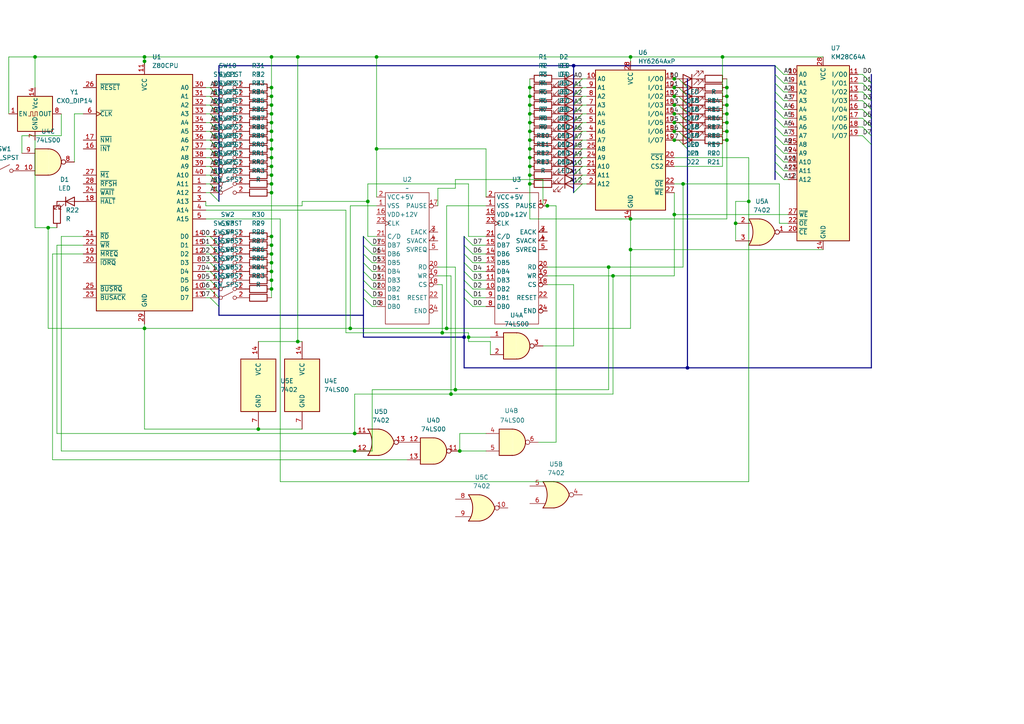
<source format=kicad_sch>
(kicad_sch (version 20231120) (generator "eeschema") (generator_version "8.0")
  (paper "A4")
  (lib_symbols
    (symbol "74xx:7402" (pin_names (offset 1.016))
      (property "Reference" "U" (at 0 1.27 0))
      (property "Value" "7402" (at 0 -1.27 0))
      (symbol "7402_1_1"
        (pin output inverted (at 7.62 0 180) (length 3.81) (name "~") (number "1"))
        (pin input line (at -7.62 2.54 0) (length 4.318) (name "~") (number "2"))
        (pin input line (at -7.62 -2.54 0) (length 4.318) (name "~") (number "3"))
      )
      (symbol "7402_1_2"
        (pin output line (at 7.62 0 180) (length 3.81) (name "~") (number "1"))
        (pin input inverted (at -7.62 2.54 0) (length 3.81) (name "~") (number "2"))
        (pin input inverted (at -7.62 -2.54 0) (length 3.81) (name "~") (number "3"))
      )
      (symbol "7402_2_1"
        (pin output inverted (at 7.62 0 180) (length 3.81) (name "~") (number "4"))
        (pin input line (at -7.62 2.54 0) (length 4.318) (name "~") (number "5"))
        (pin input line (at -7.62 -2.54 0) (length 4.318) (name "~") (number "6"))
      )
      (symbol "7402_2_2"
        (pin output line (at 7.62 0 180) (length 3.81) (name "~") (number "4"))
        (pin input inverted (at -7.62 2.54 0) (length 3.81) (name "~") (number "5"))
        (pin input inverted (at -7.62 -2.54 0) (length 3.81) (name "~") (number "6"))
      )
      (symbol "7402_3_1"
        (pin output inverted (at 7.62 0 180) (length 3.81) (name "~") (number "10"))
        (pin input line (at -7.62 2.54 0) (length 4.318) (name "~") (number "8"))
        (pin input line (at -7.62 -2.54 0) (length 4.318) (name "~") (number "9"))
      )
      (symbol "7402_3_2"
        (pin output line (at 7.62 0 180) (length 3.81) (name "~") (number "10"))
        (pin input inverted (at -7.62 2.54 0) (length 3.81) (name "~") (number "8"))
        (pin input inverted (at -7.62 -2.54 0) (length 3.81) (name "~") (number "9"))
      )
      (symbol "7402_4_1"
        (pin input line (at -7.62 2.54 0) (length 4.318) (name "~") (number "11"))
        (pin input line (at -7.62 -2.54 0) (length 4.318) (name "~") (number "12"))
        (pin output inverted (at 7.62 0 180) (length 3.81) (name "~") (number "13"))
      )
      (symbol "7402_4_2"
        (pin input inverted (at -7.62 2.54 0) (length 3.81) (name "~") (number "11"))
        (pin input inverted (at -7.62 -2.54 0) (length 3.81) (name "~") (number "12"))
        (pin output line (at 7.62 0 180) (length 3.81) (name "~") (number "13"))
      )
      (symbol "7402_5_0"
        (pin power_in line (at 0 12.7 270) (length 5.08) (name "VCC") (number "14"))
        (pin power_in line (at 0 -12.7 90) (length 5.08) (name "GND") (number "7"))
      )
    )
    (symbol "74xx:74LS00" (pin_names (offset 1.016))
      (property "Reference" "U" (at 0 1.27 0))
      (property "Value" "74LS00" (at 0 -1.27 0))
      (symbol "74LS00_1_1"
        (pin input line (at -7.62 2.54 0) (length 3.81) (name "~") (number "1"))
        (pin input line (at -7.62 -2.54 0) (length 3.81) (name "~") (number "2"))
        (pin output inverted (at 7.62 0 180) (length 3.81) (name "~") (number "3"))
      )
      (symbol "74LS00_1_2"
        (pin input inverted (at -7.62 2.54 0) (length 4.318) (name "~") (number "1"))
        (pin input inverted (at -7.62 -2.54 0) (length 4.318) (name "~") (number "2"))
        (pin output line (at 7.62 0 180) (length 3.81) (name "~") (number "3"))
      )
      (symbol "74LS00_2_1"
        (pin input line (at -7.62 2.54 0) (length 3.81) (name "~") (number "4"))
        (pin input line (at -7.62 -2.54 0) (length 3.81) (name "~") (number "5"))
        (pin output inverted (at 7.62 0 180) (length 3.81) (name "~") (number "6"))
      )
      (symbol "74LS00_2_2"
        (pin input inverted (at -7.62 2.54 0) (length 4.318) (name "~") (number "4"))
        (pin input inverted (at -7.62 -2.54 0) (length 4.318) (name "~") (number "5"))
        (pin output line (at 7.62 0 180) (length 3.81) (name "~") (number "6"))
      )
      (symbol "74LS00_3_1"
        (pin input line (at -7.62 -2.54 0) (length 3.81) (name "~") (number "10"))
        (pin output inverted (at 7.62 0 180) (length 3.81) (name "~") (number "8"))
        (pin input line (at -7.62 2.54 0) (length 3.81) (name "~") (number "9"))
      )
      (symbol "74LS00_3_2"
        (pin input inverted (at -7.62 -2.54 0) (length 4.318) (name "~") (number "10"))
        (pin output line (at 7.62 0 180) (length 3.81) (name "~") (number "8"))
        (pin input inverted (at -7.62 2.54 0) (length 4.318) (name "~") (number "9"))
      )
      (symbol "74LS00_4_1"
        (pin output inverted (at 7.62 0 180) (length 3.81) (name "~") (number "11"))
        (pin input line (at -7.62 2.54 0) (length 3.81) (name "~") (number "12"))
        (pin input line (at -7.62 -2.54 0) (length 3.81) (name "~") (number "13"))
      )
      (symbol "74LS00_4_2"
        (pin output line (at 7.62 0 180) (length 3.81) (name "~") (number "11"))
        (pin input inverted (at -7.62 2.54 0) (length 4.318) (name "~") (number "12"))
        (pin input inverted (at -7.62 -2.54 0) (length 4.318) (name "~") (number "13"))
      )
      (symbol "74LS00_5_0"
        (pin power_in line (at 0 12.7 270) (length 5.08) (name "VCC") (number "14"))
        (pin power_in line (at 0 -12.7 90) (length 5.08) (name "GND") (number "7"))
      )
    )
    (symbol "CPU:Z80CPU" (pin_names (offset 1.016))
      (property "Reference" "U" (at -13.97 35.56 0))
      (property "Value" "Z80CPU" (at 6.35 35.56 0))
      (symbol "Z80CPU_1_1"
        (pin output line (at 17.78 2.54 180) (length 3.81) (name "A11") (number "1"))
        (pin bidirectional line (at 17.78 -27.94 180) (length 3.81) (name "D6") (number "10"))
        (pin power_in line (at 0 38.1 270) (length 3.81) (name "VCC") (number "11"))
        (pin bidirectional line (at 17.78 -17.78 180) (length 3.81) (name "D2") (number "12"))
        (pin bidirectional line (at 17.78 -30.48 180) (length 3.81) (name "D7") (number "13"))
        (pin bidirectional line (at 17.78 -12.7 180) (length 3.81) (name "D0") (number "14"))
        (pin bidirectional line (at 17.78 -15.24 180) (length 3.81) (name "D1") (number "15"))
        (pin input line (at -17.78 12.7 0) (length 3.81) (name "~{INT}") (number "16"))
        (pin input line (at -17.78 15.24 0) (length 3.81) (name "~{NMI}") (number "17"))
        (pin output line (at -17.78 -2.54 0) (length 3.81) (name "~{HALT}") (number "18"))
        (pin output line (at -17.78 -17.78 0) (length 3.81) (name "~{MREQ}") (number "19"))
        (pin output line (at 17.78 0 180) (length 3.81) (name "A12") (number "2"))
        (pin output line (at -17.78 -20.32 0) (length 3.81) (name "~{IORQ}") (number "20"))
        (pin output line (at -17.78 -12.7 0) (length 3.81) (name "~{RD}") (number "21"))
        (pin output line (at -17.78 -15.24 0) (length 3.81) (name "~{WR}") (number "22"))
        (pin output line (at -17.78 -30.48 0) (length 3.81) (name "~{BUSACK}") (number "23"))
        (pin input line (at -17.78 0 0) (length 3.81) (name "~{WAIT}") (number "24"))
        (pin input line (at -17.78 -27.94 0) (length 3.81) (name "~{BUSRQ}") (number "25"))
        (pin input line (at -17.78 30.48 0) (length 3.81) (name "~{RESET}") (number "26"))
        (pin output line (at -17.78 5.08 0) (length 3.81) (name "~{M1}") (number "27"))
        (pin output line (at -17.78 2.54 0) (length 3.81) (name "~{RFSH}") (number "28"))
        (pin power_in line (at 0 -38.1 90) (length 3.81) (name "GND") (number "29"))
        (pin output line (at 17.78 -2.54 180) (length 3.81) (name "A13") (number "3"))
        (pin output line (at 17.78 30.48 180) (length 3.81) (name "A0") (number "30"))
        (pin output line (at 17.78 27.94 180) (length 3.81) (name "A1") (number "31"))
        (pin output line (at 17.78 25.4 180) (length 3.81) (name "A2") (number "32"))
        (pin output line (at 17.78 22.86 180) (length 3.81) (name "A3") (number "33"))
        (pin output line (at 17.78 20.32 180) (length 3.81) (name "A4") (number "34"))
        (pin output line (at 17.78 17.78 180) (length 3.81) (name "A5") (number "35"))
        (pin output line (at 17.78 15.24 180) (length 3.81) (name "A6") (number "36"))
        (pin output line (at 17.78 12.7 180) (length 3.81) (name "A7") (number "37"))
        (pin output line (at 17.78 10.16 180) (length 3.81) (name "A8") (number "38"))
        (pin output line (at 17.78 7.62 180) (length 3.81) (name "A9") (number "39"))
        (pin output line (at 17.78 -5.08 180) (length 3.81) (name "A14") (number "4"))
        (pin output line (at 17.78 5.08 180) (length 3.81) (name "A10") (number "40"))
        (pin output line (at 17.78 -7.62 180) (length 3.81) (name "A15") (number "5"))
        (pin input clock (at -17.78 22.86 0) (length 3.81) (name "~{CLK}") (number "6"))
        (pin bidirectional line (at 17.78 -22.86 180) (length 3.81) (name "D4") (number "7"))
        (pin bidirectional line (at 17.78 -20.32 180) (length 3.81) (name "D3") (number "8"))
        (pin bidirectional line (at 17.78 -25.4 180) (length 3.81) (name "D5") (number "9"))
      )
    )
    (symbol "Device:LED" (pin_numbers hide) (pin_names (offset 1.016) hide)
      (property "Reference" "D" (at 0 2.54 0))
      (property "Value" "LED" (at 0 -2.54 0))
      (symbol "LED_1_1"
        (pin passive line (at -3.81 0 0) (length 2.54) (name "K") (number "1"))
        (pin passive line (at 3.81 0 180) (length 2.54) (name "A") (number "2"))
      )
    )
    (symbol "Device:R" (pin_numbers hide) (pin_names (offset 0))
      (property "Reference" "R" (at 2.032 0 90))
      (property "Value" "R" (at 0 0 90))
      (symbol "R_1_1"
        (pin passive line (at 0 3.81 270) (length 1.27) (name "~") (number "1"))
        (pin passive line (at 0 -3.81 90) (length 1.27) (name "~") (number "2"))
      )
    )
    (symbol "FPU:am9511"
      (property "Reference" "U" (at -1.27 0 0))
      (symbol "am9511_1_1"
        (pin input line (at -8.89 -5.08 0) (length 2.54) (name "VSS") (number "1"))
        (pin bidirectional line (at -8.89 -29.21 0) (length 2.54) (name "DB2") (number "10"))
        (pin bidirectional line (at -8.89 -26.67 0) (length 2.54) (name "DB3") (number "11"))
        (pin bidirectional line (at -8.89 -24.13 0) (length 2.54) (name "DB4") (number "12"))
        (pin bidirectional line (at -8.89 -21.59 0) (length 2.54) (name "DB5") (number "13"))
        (pin bidirectional line (at -8.89 -19.05 0) (length 2.54) (name "DB6") (number "14"))
        (pin bidirectional line (at -8.89 -16.51 0) (length 2.54) (name "DB7") (number "15"))
        (pin input line (at -8.89 -7.62 0) (length 2.54) (name "VDD+12V") (number "16"))
        (pin input inverted (at 8.89 -5.08 180) (length 2.54) (name "PAUSE") (number "17"))
        (pin input inverted (at 8.89 -27.94 180) (length 2.54) (name "CS") (number "18"))
        (pin input inverted (at 8.89 -25.4 180) (length 2.54) (name "WR") (number "19"))
        (pin input line (at -8.89 -2.54 0) (length 2.54) (name "VCC+5V") (number "2"))
        (pin input inverted (at 8.89 -22.86 180) (length 2.54) (name "RD") (number "20"))
        (pin input line (at -8.89 -13.97 0) (length 2.54) (name "C/D") (number "21"))
        (pin input line (at 8.89 -31.75 180) (length 2.54) (name "RESET") (number "22"))
        (pin input clock (at -8.89 -10.16 0) (length 2.54) (name "CLK") (number "23"))
        (pin input inverted (at 8.89 -35.56 180) (length 2.54) (name "END") (number "24"))
        (pin input input_low (at 8.89 -12.7 180) (length 2.54) (name "EACK") (number "3"))
        (pin input input_low (at 8.89 -15.24 180) (length 2.54) (name "SVACK") (number "4"))
        (pin output line (at 8.89 -17.78 180) (length 2.54) (name "SVREQ") (number "5"))
        (pin bidirectional line (at -8.89 -34.29 0) (length 2.54) (name "DB0") (number "8"))
        (pin bidirectional line (at -8.89 -31.75 0) (length 2.54) (name "DB1") (number "9"))
      )
    )
    (symbol "Memory_EEPROM:KM28C64A"
      (property "Reference" "U" (at -7.62 26.67 0))
      (property "Value" "KM28C64A" (at 2.54 -26.67 0))
      (symbol "KM28C64A_1_1"
        (pin no_connect line (at -7.62 -12.7 0) (length 2.54) hide (name "NC") (number "1"))
        (pin input line (at -10.16 22.86 0) (length 2.54) (name "A0") (number "10"))
        (pin tri_state line (at 10.16 22.86 180) (length 2.54) (name "I/O0") (number "11"))
        (pin tri_state line (at 10.16 20.32 180) (length 2.54) (name "I/O1") (number "12"))
        (pin tri_state line (at 10.16 17.78 180) (length 2.54) (name "I/O2") (number "13"))
        (pin power_in line (at 0 -27.94 90) (length 2.54) (name "GND") (number "14"))
        (pin tri_state line (at 10.16 15.24 180) (length 2.54) (name "I/O3") (number "15"))
        (pin tri_state line (at 10.16 12.7 180) (length 2.54) (name "I/O4") (number "16"))
        (pin tri_state line (at 10.16 10.16 180) (length 2.54) (name "I/O5") (number "17"))
        (pin tri_state line (at 10.16 7.62 180) (length 2.54) (name "I/O6") (number "18"))
        (pin tri_state line (at 10.16 5.08 180) (length 2.54) (name "I/O7") (number "19"))
        (pin input line (at -10.16 -7.62 0) (length 2.54) (name "A12") (number "2"))
        (pin input line (at -10.16 -22.86 0) (length 2.54) (name "~{CE}") (number "20"))
        (pin input line (at -10.16 -2.54 0) (length 2.54) (name "A10") (number "21"))
        (pin input line (at -10.16 -20.32 0) (length 2.54) (name "~{OE}") (number "22"))
        (pin input line (at -10.16 -5.08 0) (length 2.54) (name "A11") (number "23"))
        (pin input line (at -10.16 0 0) (length 2.54) (name "A9") (number "24"))
        (pin input line (at -10.16 2.54 0) (length 2.54) (name "A8") (number "25"))
        (pin no_connect line (at 7.62 -17.78 180) (length 2.54) hide (name "NC") (number "26"))
        (pin input line (at -10.16 -17.78 0) (length 2.54) (name "~{WE}") (number "27"))
        (pin power_in line (at 0 27.94 270) (length 2.54) (name "VCC") (number "28"))
        (pin input line (at -10.16 5.08 0) (length 2.54) (name "A7") (number "3"))
        (pin input line (at -10.16 7.62 0) (length 2.54) (name "A6") (number "4"))
        (pin input line (at -10.16 10.16 0) (length 2.54) (name "A5") (number "5"))
        (pin input line (at -10.16 12.7 0) (length 2.54) (name "A4") (number "6"))
        (pin input line (at -10.16 15.24 0) (length 2.54) (name "A3") (number "7"))
        (pin input line (at -10.16 17.78 0) (length 2.54) (name "A2") (number "8"))
        (pin input line (at -10.16 20.32 0) (length 2.54) (name "A1") (number "9"))
      )
    )
    (symbol "Memory_RAM:HY6264AxP"
      (property "Reference" "U" (at -10.16 20.955 0))
      (property "Value" "HY6264AxP" (at 2.54 20.955 0))
      (symbol "HY6264AxP_0_0"
        (pin power_in line (at 0 -22.86 90) (length 2.54) (name "GND") (number "14"))
        (pin power_in line (at 0 22.86 270) (length 2.54) (name "VCC") (number "28"))
      )
      (symbol "HY6264AxP_1_1"
        (pin no_connect line (at 0 0 0) (length 2.54) hide (name "NC") (number "1"))
        (pin input line (at -12.7 17.78 0) (length 2.54) (name "A0") (number "10"))
        (pin tri_state line (at 12.7 17.78 180) (length 2.54) (name "I/O0") (number "11"))
        (pin tri_state line (at 12.7 15.24 180) (length 2.54) (name "I/O1") (number "12"))
        (pin tri_state line (at 12.7 12.7 180) (length 2.54) (name "I/O2") (number "13"))
        (pin tri_state line (at 12.7 10.16 180) (length 2.54) (name "I/O3") (number "15"))
        (pin tri_state line (at 12.7 7.62 180) (length 2.54) (name "I/O4") (number "16"))
        (pin tri_state line (at 12.7 5.08 180) (length 2.54) (name "I/O5") (number "17"))
        (pin tri_state line (at 12.7 2.54 180) (length 2.54) (name "I/O6") (number "18"))
        (pin tri_state line (at 12.7 0 180) (length 2.54) (name "I/O7") (number "19"))
        (pin input line (at -12.7 -12.7 0) (length 2.54) (name "A12") (number "2"))
        (pin input line (at 12.7 -5.08 180) (length 2.54) (name "~{CS1}") (number "20"))
        (pin input line (at -12.7 -7.62 0) (length 2.54) (name "A10") (number "21"))
        (pin input line (at 12.7 -12.7 180) (length 2.54) (name "~{OE}") (number "22"))
        (pin input line (at -12.7 -10.16 0) (length 2.54) (name "A11") (number "23"))
        (pin input line (at -12.7 -5.08 0) (length 2.54) (name "A9") (number "24"))
        (pin input line (at -12.7 -2.54 0) (length 2.54) (name "A8") (number "25"))
        (pin input line (at 12.7 -7.62 180) (length 2.54) (name "CS2") (number "26"))
        (pin input line (at 12.7 -15.24 180) (length 2.54) (name "~{WE}") (number "27"))
        (pin input line (at -12.7 0 0) (length 2.54) (name "A7") (number "3"))
        (pin input line (at -12.7 2.54 0) (length 2.54) (name "A6") (number "4"))
        (pin input line (at -12.7 5.08 0) (length 2.54) (name "A5") (number "5"))
        (pin input line (at -12.7 7.62 0) (length 2.54) (name "A4") (number "6"))
        (pin input line (at -12.7 10.16 0) (length 2.54) (name "A3") (number "7"))
        (pin input line (at -12.7 12.7 0) (length 2.54) (name "A2") (number "8"))
        (pin input line (at -12.7 15.24 0) (length 2.54) (name "A1") (number "9"))
      )
    )
    (symbol "Oscillator:CXO_DIP14" (pin_names (offset 0.254))
      (property "Reference" "Y" (at -5.08 6.35 0))
      (property "Value" "CXO_DIP14" (at 1.27 -6.35 0))
      (symbol "CXO_DIP14_1_1"
        (pin input line (at -7.62 0 0) (length 2.54) (name "EN") (number "1"))
        (pin power_in line (at 0 7.62 270) (length 2.54) (name "Vcc") (number "14"))
        (pin power_in line (at 0 -7.62 90) (length 2.54) (name "GND") (number "7"))
        (pin output line (at 7.62 0 180) (length 2.54) (name "OUT") (number "8"))
      )
    )
    (symbol "Switch:SW_SPST" (pin_names (offset 0) hide)
      (property "Reference" "SW" (at 0 3.175 0))
      (property "Value" "SW_SPST" (at 0 -2.54 0))
      (symbol "SW_SPST_1_1"
        (pin passive line (at -5.08 0 0) (length 2.54) (name "A") (number "1"))
        (pin passive line (at 5.08 0 180) (length 2.54) (name "B") (number "2"))
      )
    )
  )
  (junction (at 153.67 53.34))
  (junction (at 128.27 96.52))
  (junction (at 153.67 35.56))
  (junction (at 195.58 38.1))
  (junction (at 78.74 53.34))
  (junction (at 101.6 95.25))
  (junction (at 86.36 99.06))
  (junction (at 166.37 19.05))
  (junction (at 78.74 30.48))
  (junction (at 78.74 73.66))
  (junction (at 210.82 38.1))
  (junction (at 210.82 33.02))
  (junction (at 41.91 17.78))
  (junction (at 78.74 68.58))
  (junction (at 41.91 95.25))
  (junction (at 217.17 58.42))
  (junction (at 153.67 48.26))
  (junction (at 10.16 16.51))
  (junction (at 158.75 59.69))
  (junction (at 78.74 43.18))
  (junction (at 195.58 33.02))
  (junction (at 78.74 40.64))
  (junction (at 78.74 27.94))
  (junction (at 133.35 130.81))
  (junction (at 195.58 40.64))
  (junction (at 210.82 30.48))
  (junction (at 213.36 64.77))
  (junction (at 195.58 30.48))
  (junction (at 109.22 43.18))
  (junction (at 210.82 35.56))
  (junction (at 78.74 83.82))
  (junction (at 78.74 78.74))
  (junction (at 109.22 16.51))
  (junction (at 176.53 77.47))
  (junction (at 195.58 22.86))
  (junction (at 153.67 30.48))
  (junction (at 134.62 97.79))
  (junction (at 78.74 50.8))
  (junction (at 106.68 58.42))
  (junction (at 78.74 81.28))
  (junction (at 209.55 16.51))
  (junction (at 182.88 63.5))
  (junction (at 182.88 16.51))
  (junction (at 78.74 48.26))
  (junction (at 129.54 95.25))
  (junction (at 78.74 45.72))
  (junction (at 86.36 16.51))
  (junction (at 78.74 16.51))
  (junction (at 153.67 38.1))
  (junction (at 210.82 40.64))
  (junction (at 132.08 113.03))
  (junction (at 195.58 35.56))
  (junction (at 199.39 106.68))
  (junction (at 78.74 55.88))
  (junction (at 135.89 97.79))
  (junction (at 153.67 40.64))
  (junction (at 13.97 66.04))
  (junction (at 78.74 25.4))
  (junction (at 78.74 76.2))
  (junction (at 182.88 72.39))
  (junction (at 78.74 35.56))
  (junction (at 153.67 25.4))
  (junction (at 74.93 124.46))
  (junction (at 78.74 71.12))
  (junction (at 102.87 130.81))
  (junction (at 195.58 25.4))
  (junction (at 195.58 27.94))
  (junction (at 195.58 62.23))
  (junction (at 41.91 16.51))
  (junction (at 153.67 27.94))
  (junction (at 198.12 53.34))
  (junction (at 210.82 27.94))
  (junction (at 153.67 43.18))
  (junction (at 78.74 38.1))
  (junction (at 130.81 114.3))
  (junction (at 177.8 80.01))
  (junction (at 210.82 25.4))
  (junction (at 78.74 33.02))
  (junction (at 153.67 33.02))
  (junction (at 153.67 50.8))
  (junction (at 102.87 125.73))
  (junction (at 153.67 45.72))
  (bus_entry (at 224.79 49.53) (size 2.54 2.54))
  (bus_entry (at 224.79 29.21) (size 2.54 2.54))
  (bus_entry (at 250.19 26.67) (size 2.54 2.54))
  (bus_entry (at 199.39 25.4) (size -2.54 -2.54))
  (bus_entry (at 250.19 29.21) (size 2.54 2.54))
  (bus_entry (at 224.79 36.83) (size 2.54 2.54))
  (bus_entry (at 134.62 81.28) (size 2.54 2.54))
  (bus_entry (at 60.96 40.64) (size 2.54 2.54))
  (bus_entry (at 105.41 78.74) (size 2.54 2.54))
  (bus_entry (at 134.62 83.82) (size 2.54 2.54))
  (bus_entry (at 250.19 31.75) (size 2.54 2.54))
  (bus_entry (at 63.5 71.12) (size -2.54 -2.54))
  (bus_entry (at 105.41 68.58) (size 2.54 2.54))
  (bus_entry (at 168.91 40.64) (size -2.54 2.54))
  (bus_entry (at 199.39 33.02) (size -2.54 -2.54))
  (bus_entry (at 63.5 78.74) (size -2.54 -2.54))
  (bus_entry (at 60.96 35.56) (size 2.54 2.54))
  (bus_entry (at 168.91 43.18) (size -2.54 2.54))
  (bus_entry (at 250.19 21.59) (size 2.54 2.54))
  (bus_entry (at 224.79 34.29) (size 2.54 2.54))
  (bus_entry (at 60.96 50.8) (size 2.54 2.54))
  (bus_entry (at 168.91 33.02) (size -2.54 2.54))
  (bus_entry (at 224.79 44.45) (size 2.54 2.54))
  (bus_entry (at 168.91 35.56) (size -2.54 2.54))
  (bus_entry (at 199.39 30.48) (size -2.54 -2.54))
  (bus_entry (at 250.19 34.29) (size 2.54 2.54))
  (bus_entry (at 168.91 30.48) (size -2.54 2.54))
  (bus_entry (at 63.5 76.2) (size -2.54 -2.54))
  (bus_entry (at 63.5 88.9) (size -2.54 -2.54))
  (bus_entry (at 199.39 43.18) (size -2.54 -2.54))
  (bus_entry (at 60.96 25.4) (size 2.54 2.54))
  (bus_entry (at 63.5 81.28) (size -2.54 -2.54))
  (bus_entry (at 199.39 38.1) (size -2.54 -2.54))
  (bus_entry (at 60.96 53.34) (size 2.54 2.54))
  (bus_entry (at 224.79 19.05) (size 2.54 2.54))
  (bus_entry (at 134.62 78.74) (size 2.54 2.54))
  (bus_entry (at 224.79 41.91) (size 2.54 2.54))
  (bus_entry (at 168.91 53.34) (size -2.54 2.54))
  (bus_entry (at 63.5 86.36) (size -2.54 -2.54))
  (bus_entry (at 105.41 86.36) (size 2.54 2.54))
  (bus_entry (at 168.91 50.8) (size -2.54 2.54))
  (bus_entry (at 60.96 33.02) (size 2.54 2.54))
  (bus_entry (at 168.91 25.4) (size -2.54 2.54))
  (bus_entry (at 134.62 76.2) (size 2.54 2.54))
  (bus_entry (at 250.19 39.37) (size 2.54 2.54))
  (bus_entry (at 134.62 73.66) (size 2.54 2.54))
  (bus_entry (at 199.39 35.56) (size -2.54 -2.54))
  (bus_entry (at 224.79 39.37) (size 2.54 2.54))
  (bus_entry (at 250.19 24.13) (size 2.54 2.54))
  (bus_entry (at 199.39 40.64) (size -2.54 -2.54))
  (bus_entry (at 63.5 73.66) (size -2.54 -2.54))
  (bus_entry (at 63.5 83.82) (size -2.54 -2.54))
  (bus_entry (at 168.91 38.1) (size -2.54 2.54))
  (bus_entry (at 134.62 68.58) (size 2.54 2.54))
  (bus_entry (at 60.96 27.94) (size 2.54 2.54))
  (bus_entry (at 199.39 27.94) (size -2.54 -2.54))
  (bus_entry (at 168.91 22.86) (size -2.54 2.54))
  (bus_entry (at 105.41 83.82) (size 2.54 2.54))
  (bus_entry (at 60.96 30.48) (size 2.54 2.54))
  (bus_entry (at 224.79 24.13) (size 2.54 2.54))
  (bus_entry (at 168.91 45.72) (size -2.54 2.54))
  (bus_entry (at 105.41 81.28) (size 2.54 2.54))
  (bus_entry (at 60.96 55.88) (size 2.54 2.54))
  (bus_entry (at 168.91 27.94) (size -2.54 2.54))
  (bus_entry (at 60.96 48.26) (size 2.54 2.54))
  (bus_entry (at 224.79 46.99) (size 2.54 2.54))
  (bus_entry (at 224.79 31.75) (size 2.54 2.54))
  (bus_entry (at 60.96 38.1) (size 2.54 2.54))
  (bus_entry (at 105.41 71.12) (size 2.54 2.54))
  (bus_entry (at 250.19 36.83) (size 2.54 2.54))
  (bus_entry (at 60.96 43.18) (size 2.54 2.54))
  (bus_entry (at 105.41 76.2) (size 2.54 2.54))
  (bus_entry (at 105.41 73.66) (size 2.54 2.54))
  (bus_entry (at 134.62 71.12) (size 2.54 2.54))
  (bus_entry (at 168.91 48.26) (size -2.54 2.54))
  (bus_entry (at 134.62 86.36) (size 2.54 2.54))
  (bus_entry (at 60.96 45.72) (size 2.54 2.54))
  (bus_entry (at 224.79 26.67) (size 2.54 2.54))
  (bus_entry (at 224.79 21.59) (size 2.54 2.54))
  (bus (pts (xy 63.5 71.12) (xy 63.5 73.66)))
  (wire (pts (xy 100.33 96.52) (xy 128.27 96.52)))
  (bus (pts (xy 199.39 27.94) (xy 199.39 30.48)))
  (wire (pts (xy 78.74 83.82) (xy 78.74 86.36)))
  (wire (pts (xy 140.97 57.15) (xy 140.97 43.18)))
  (bus (pts (xy 63.5 45.72) (xy 63.5 48.26)))
  (wire (pts (xy 59.69 48.26) (xy 60.96 48.26)))
  (wire (pts (xy 227.33 31.75) (xy 228.6 31.75)))
  (wire (pts (xy 153.67 33.02) (xy 153.67 35.56)))
  (wire (pts (xy 59.69 50.8) (xy 60.96 50.8)))
  (wire (pts (xy 78.74 27.94) (xy 78.74 30.48)))
  (bus (pts (xy 134.62 83.82) (xy 134.62 86.36)))
  (bus (pts (xy 166.37 33.02) (xy 166.37 30.48)))
  (wire (pts (xy 176.53 113.03) (xy 176.53 77.47)))
  (bus (pts (xy 105.41 91.44) (xy 105.41 97.79)))
  (wire (pts (xy 41.91 16.51) (xy 41.91 17.78)))
  (bus (pts (xy 224.79 31.75) (xy 224.79 34.29)))
  (wire (pts (xy 248.92 31.75) (xy 250.19 31.75)))
  (wire (pts (xy 87.63 124.46) (xy 74.93 124.46)))
  (wire (pts (xy 182.88 16.51) (xy 182.88 17.78)))
  (wire (pts (xy 132.08 52.07) (xy 157.48 52.07)))
  (wire (pts (xy 86.36 16.51) (xy 78.74 16.51)))
  (wire (pts (xy 198.12 53.34) (xy 226.06 53.34)))
  (bus (pts (xy 63.5 55.88) (xy 63.5 58.42)))
  (bus (pts (xy 252.73 26.67) (xy 252.73 29.21)))
  (wire (pts (xy 10.16 66.04) (xy 13.97 66.04)))
  (bus (pts (xy 63.5 43.18) (xy 63.5 45.72)))
  (bus (pts (xy 105.41 76.2) (xy 105.41 78.74)))
  (wire (pts (xy 78.74 68.58) (xy 78.74 71.12)))
  (wire (pts (xy 196.85 30.48) (xy 195.58 30.48)))
  (wire (pts (xy 59.69 63.5) (xy 81.28 63.5)))
  (bus (pts (xy 252.73 39.37) (xy 252.73 41.91)))
  (wire (pts (xy 130.81 80.01) (xy 130.81 114.3)))
  (wire (pts (xy 135.89 99.06) (xy 135.89 97.79)))
  (wire (pts (xy 210.82 40.64) (xy 210.82 63.5)))
  (wire (pts (xy 142.24 99.06) (xy 135.89 99.06)))
  (wire (pts (xy 210.82 38.1) (xy 210.82 40.64)))
  (bus (pts (xy 166.37 53.34) (xy 166.37 55.88)))
  (wire (pts (xy 81.28 63.5) (xy 81.28 139.7)))
  (wire (pts (xy 137.16 71.12) (xy 140.97 71.12)))
  (wire (pts (xy 227.33 21.59) (xy 228.6 21.59)))
  (wire (pts (xy 248.92 34.29) (xy 250.19 34.29)))
  (wire (pts (xy 248.92 36.83) (xy 250.19 36.83)))
  (bus (pts (xy 63.5 30.48) (xy 63.5 33.02)))
  (wire (pts (xy 100.33 60.96) (xy 100.33 96.52)))
  (bus (pts (xy 134.62 73.66) (xy 134.62 76.2)))
  (wire (pts (xy 177.8 80.01) (xy 158.75 80.01)))
  (wire (pts (xy 10.16 16.51) (xy 41.91 16.51)))
  (wire (pts (xy 78.74 53.34) (xy 78.74 55.88)))
  (wire (pts (xy 137.16 78.74) (xy 140.97 78.74)))
  (wire (pts (xy 213.36 64.77) (xy 213.36 58.42)))
  (wire (pts (xy 153.67 53.34) (xy 153.67 63.5)))
  (bus (pts (xy 199.39 22.86) (xy 199.39 25.4)))
  (wire (pts (xy 107.95 113.03) (xy 132.08 113.03)))
  (wire (pts (xy 153.67 22.86) (xy 153.67 25.4)))
  (wire (pts (xy 59.69 25.4) (xy 60.96 25.4)))
  (wire (pts (xy 41.91 95.25) (xy 41.91 93.98)))
  (wire (pts (xy 248.92 26.67) (xy 250.19 26.67)))
  (wire (pts (xy 213.36 58.42) (xy 217.17 58.42)))
  (wire (pts (xy 176.53 77.47) (xy 158.75 77.47)))
  (wire (pts (xy 109.22 16.51) (xy 109.22 43.18)))
  (bus (pts (xy 63.5 76.2) (xy 63.5 78.74)))
  (wire (pts (xy 153.67 35.56) (xy 153.67 38.1)))
  (bus (pts (xy 63.5 91.44) (xy 105.41 91.44)))
  (bus (pts (xy 199.39 106.68) (xy 252.73 106.68)))
  (bus (pts (xy 224.79 34.29) (xy 224.79 36.83)))
  (wire (pts (xy 107.95 130.81) (xy 107.95 113.03)))
  (bus (pts (xy 63.5 33.02) (xy 63.5 35.56)))
  (wire (pts (xy 153.67 43.18) (xy 153.67 45.72)))
  (bus (pts (xy 134.62 68.58) (xy 134.62 71.12)))
  (bus (pts (xy 166.37 19.05) (xy 224.79 19.05)))
  (wire (pts (xy 15.24 73.66) (xy 15.24 133.35)))
  (wire (pts (xy 195.58 80.01) (xy 195.58 62.23)))
  (wire (pts (xy 248.92 21.59) (xy 250.19 21.59)))
  (wire (pts (xy 210.82 35.56) (xy 210.82 38.1)))
  (bus (pts (xy 166.37 19.05) (xy 63.5 19.05)))
  (wire (pts (xy 106.68 53.34) (xy 135.89 53.34)))
  (wire (pts (xy 135.89 68.58) (xy 140.97 68.58)))
  (bus (pts (xy 199.39 40.64) (xy 199.39 43.18)))
  (wire (pts (xy 140.97 43.18) (xy 109.22 43.18)))
  (wire (pts (xy 137.16 73.66) (xy 140.97 73.66)))
  (wire (pts (xy 170.18 38.1) (xy 168.91 38.1)))
  (wire (pts (xy 132.08 113.03) (xy 176.53 113.03)))
  (wire (pts (xy 81.28 139.7) (xy 217.17 139.7)))
  (bus (pts (xy 224.79 24.13) (xy 224.79 26.67)))
  (wire (pts (xy 41.91 17.78) (xy 41.91 19.05)))
  (wire (pts (xy 133.35 130.81) (xy 140.97 130.81)))
  (wire (pts (xy 161.29 128.27) (xy 156.21 128.27)))
  (bus (pts (xy 199.39 25.4) (xy 199.39 27.94)))
  (wire (pts (xy 78.74 78.74) (xy 78.74 81.28)))
  (wire (pts (xy 127 77.47) (xy 132.08 77.47)))
  (bus (pts (xy 63.5 48.26) (xy 63.5 50.8)))
  (wire (pts (xy 196.85 27.94) (xy 195.58 27.94)))
  (bus (pts (xy 224.79 36.83) (xy 224.79 39.37)))
  (bus (pts (xy 224.79 19.05) (xy 224.79 21.59)))
  (wire (pts (xy 166.37 82.55) (xy 166.37 100.33)))
  (wire (pts (xy 153.67 63.5) (xy 182.88 63.5)))
  (wire (pts (xy 248.92 29.21) (xy 250.19 29.21)))
  (bus (pts (xy 63.5 38.1) (xy 63.5 40.64)))
  (wire (pts (xy 161.29 128.27) (xy 161.29 59.69)))
  (wire (pts (xy 217.17 58.42) (xy 217.17 45.72)))
  (bus (pts (xy 252.73 24.13) (xy 252.73 26.67)))
  (wire (pts (xy 59.69 33.02) (xy 60.96 33.02)))
  (bus (pts (xy 166.37 48.26) (xy 166.37 45.72)))
  (wire (pts (xy 60.96 71.12) (xy 59.69 71.12)))
  (wire (pts (xy 142.24 97.79) (xy 135.89 97.79)))
  (wire (pts (xy 161.29 59.69) (xy 158.75 59.69)))
  (bus (pts (xy 252.73 36.83) (xy 252.73 39.37)))
  (wire (pts (xy 59.69 35.56) (xy 60.96 35.56)))
  (bus (pts (xy 105.41 86.36) (xy 105.41 91.44)))
  (wire (pts (xy 16.51 71.12) (xy 24.13 71.12)))
  (wire (pts (xy 109.22 16.51) (xy 86.36 16.51)))
  (wire (pts (xy 227.33 36.83) (xy 228.6 36.83)))
  (wire (pts (xy 21.59 33.02) (xy 24.13 33.02)))
  (bus (pts (xy 105.41 73.66) (xy 105.41 76.2)))
  (wire (pts (xy 196.85 40.64) (xy 195.58 40.64)))
  (wire (pts (xy 153.67 50.8) (xy 153.67 53.34)))
  (wire (pts (xy 78.74 71.12) (xy 78.74 73.66)))
  (wire (pts (xy 170.18 50.8) (xy 168.91 50.8)))
  (bus (pts (xy 134.62 81.28) (xy 134.62 83.82)))
  (wire (pts (xy 210.82 33.02) (xy 210.82 35.56)))
  (wire (pts (xy 227.33 44.45) (xy 228.6 44.45)))
  (bus (pts (xy 252.73 31.75) (xy 252.73 34.29)))
  (bus (pts (xy 166.37 45.72) (xy 166.37 43.18)))
  (wire (pts (xy 209.55 48.26) (xy 209.55 16.51)))
  (bus (pts (xy 166.37 27.94) (xy 166.37 25.4)))
  (wire (pts (xy 78.74 43.18) (xy 78.74 45.72)))
  (wire (pts (xy 170.18 45.72) (xy 168.91 45.72)))
  (bus (pts (xy 63.5 86.36) (xy 63.5 88.9)))
  (wire (pts (xy 195.58 62.23) (xy 195.58 55.88)))
  (wire (pts (xy 59.69 59.69) (xy 59.69 58.42)))
  (bus (pts (xy 166.37 25.4) (xy 166.37 19.05)))
  (bus (pts (xy 105.41 78.74) (xy 105.41 81.28)))
  (wire (pts (xy 227.33 24.13) (xy 228.6 24.13)))
  (wire (pts (xy 157.48 52.07) (xy 157.48 59.69)))
  (wire (pts (xy 78.74 50.8) (xy 78.74 53.34)))
  (wire (pts (xy 78.74 40.64) (xy 78.74 43.18)))
  (wire (pts (xy 16.51 71.12) (xy 16.51 125.73)))
  (wire (pts (xy 157.48 100.33) (xy 166.37 100.33)))
  (bus (pts (xy 224.79 44.45) (xy 224.79 46.99)))
  (wire (pts (xy 87.63 58.42) (xy 87.63 59.69)))
  (bus (pts (xy 63.5 53.34) (xy 63.5 55.88)))
  (wire (pts (xy 130.81 114.3) (xy 177.8 114.3)))
  (wire (pts (xy 86.36 99.06) (xy 87.63 99.06)))
  (wire (pts (xy 248.92 24.13) (xy 250.19 24.13)))
  (wire (pts (xy 226.06 53.34) (xy 226.06 64.77)))
  (wire (pts (xy 101.6 59.69) (xy 109.22 59.69)))
  (bus (pts (xy 105.41 97.79) (xy 134.62 97.79)))
  (wire (pts (xy 137.16 88.9) (xy 140.97 88.9)))
  (wire (pts (xy 213.36 69.85) (xy 213.36 64.77)))
  (bus (pts (xy 166.37 43.18) (xy 166.37 40.64)))
  (bus (pts (xy 166.37 53.34) (xy 166.37 50.8)))
  (wire (pts (xy 227.33 34.29) (xy 228.6 34.29)))
  (wire (pts (xy 10.16 16.51) (xy 10.16 25.4)))
  (bus (pts (xy 199.39 30.48) (xy 199.39 33.02)))
  (wire (pts (xy 21.59 46.99) (xy 21.59 33.02)))
  (wire (pts (xy 227.33 46.99) (xy 228.6 46.99)))
  (wire (pts (xy 24.13 73.66) (xy 15.24 73.66)))
  (bus (pts (xy 199.39 38.1) (xy 199.39 40.64)))
  (wire (pts (xy 170.18 43.18) (xy 168.91 43.18)))
  (bus (pts (xy 166.37 50.8) (xy 166.37 48.26)))
  (wire (pts (xy 153.67 30.48) (xy 153.67 33.02)))
  (wire (pts (xy 153.67 48.26) (xy 153.67 50.8)))
  (wire (pts (xy 78.74 33.02) (xy 78.74 35.56)))
  (wire (pts (xy 78.74 30.48) (xy 78.74 33.02)))
  (wire (pts (xy 196.85 38.1) (xy 195.58 38.1)))
  (wire (pts (xy 107.95 130.81) (xy 102.87 130.81)))
  (wire (pts (xy 170.18 35.56) (xy 168.91 35.56)))
  (bus (pts (xy 224.79 21.59) (xy 224.79 24.13)))
  (wire (pts (xy 170.18 25.4) (xy 168.91 25.4)))
  (wire (pts (xy 142.24 99.06) (xy 142.24 102.87)))
  (wire (pts (xy 227.33 26.67) (xy 228.6 26.67)))
  (wire (pts (xy 16.51 66.04) (xy 13.97 66.04)))
  (wire (pts (xy 106.68 68.58) (xy 106.68 58.42)))
  (wire (pts (xy 87.63 59.69) (xy 59.69 59.69)))
  (wire (pts (xy 59.69 38.1) (xy 60.96 38.1)))
  (wire (pts (xy 78.74 73.66) (xy 78.74 76.2)))
  (wire (pts (xy 132.08 54.61) (xy 127 54.61)))
  (wire (pts (xy 60.96 76.2) (xy 59.69 76.2)))
  (wire (pts (xy 13.97 66.04) (xy 13.97 95.25)))
  (bus (pts (xy 134.62 71.12) (xy 134.62 73.66)))
  (bus (pts (xy 166.37 40.64) (xy 166.37 38.1)))
  (wire (pts (xy 170.18 30.48) (xy 168.91 30.48)))
  (wire (pts (xy 78.74 25.4) (xy 78.74 27.94)))
  (wire (pts (xy 41.91 95.25) (xy 101.6 95.25)))
  (wire (pts (xy 198.12 53.34) (xy 195.58 53.34)))
  (wire (pts (xy 129.54 59.69) (xy 129.54 95.25)))
  (wire (pts (xy 2.54 16.51) (xy 10.16 16.51)))
  (bus (pts (xy 63.5 27.94) (xy 63.5 30.48)))
  (wire (pts (xy 6.35 39.37) (xy 6.35 44.45)))
  (wire (pts (xy 2.54 33.02) (xy 2.54 16.51)))
  (bus (pts (xy 105.41 68.58) (xy 105.41 71.12)))
  (wire (pts (xy 153.67 25.4) (xy 153.67 27.94)))
  (wire (pts (xy 227.33 29.21) (xy 228.6 29.21)))
  (wire (pts (xy 195.58 48.26) (xy 209.55 48.26)))
  (wire (pts (xy 107.95 76.2) (xy 109.22 76.2)))
  (wire (pts (xy 135.89 53.34) (xy 135.89 68.58)))
  (wire (pts (xy 127 80.01) (xy 130.81 80.01)))
  (wire (pts (xy 137.16 81.28) (xy 140.97 81.28)))
  (wire (pts (xy 101.6 95.25) (xy 101.6 59.69)))
  (wire (pts (xy 170.18 27.94) (xy 168.91 27.94)))
  (wire (pts (xy 59.69 53.34) (xy 60.96 53.34)))
  (wire (pts (xy 78.74 81.28) (xy 78.74 83.82)))
  (wire (pts (xy 59.69 30.48) (xy 60.96 30.48)))
  (bus (pts (xy 134.62 106.68) (xy 199.39 106.68)))
  (bus (pts (xy 224.79 29.21) (xy 224.79 31.75)))
  (wire (pts (xy 196.85 35.56) (xy 195.58 35.56)))
  (wire (pts (xy 107.95 71.12) (xy 109.22 71.12)))
  (wire (pts (xy 10.16 40.64) (xy 10.16 66.04)))
  (bus (pts (xy 63.5 35.56) (xy 63.5 38.1)))
  (wire (pts (xy 107.95 86.36) (xy 109.22 86.36)))
  (wire (pts (xy 78.74 16.51) (xy 78.74 25.4)))
  (wire (pts (xy 17.78 130.81) (xy 102.87 130.81)))
  (wire (pts (xy 78.74 35.56) (xy 78.74 38.1)))
  (wire (pts (xy 226.06 64.77) (xy 228.6 64.77)))
  (wire (pts (xy 107.95 78.74) (xy 109.22 78.74)))
  (wire (pts (xy 102.87 114.3) (xy 130.81 114.3)))
  (wire (pts (xy 107.95 81.28) (xy 109.22 81.28)))
  (wire (pts (xy 170.18 33.02) (xy 168.91 33.02)))
  (bus (pts (xy 105.41 83.82) (xy 105.41 86.36)))
  (wire (pts (xy 59.69 55.88) (xy 60.96 55.88)))
  (wire (pts (xy 135.89 97.79) (xy 135.89 96.52)))
  (wire (pts (xy 17.78 130.81) (xy 17.78 68.58)))
  (wire (pts (xy 196.85 33.02) (xy 195.58 33.02)))
  (wire (pts (xy 182.88 95.25) (xy 182.88 72.39)))
  (bus (pts (xy 63.5 78.74) (xy 63.5 81.28)))
  (wire (pts (xy 170.18 22.86) (xy 168.91 22.86)))
  (wire (pts (xy 86.36 16.51) (xy 86.36 99.06)))
  (wire (pts (xy 158.75 82.55) (xy 166.37 82.55)))
  (wire (pts (xy 140.97 125.73) (xy 133.35 125.73)))
  (wire (pts (xy 17.78 68.58) (xy 24.13 68.58)))
  (bus (pts (xy 252.73 41.91) (xy 252.73 106.68)))
  (wire (pts (xy 17.78 33.02) (xy 17.78 39.37)))
  (bus (pts (xy 63.5 68.58) (xy 63.5 71.12)))
  (bus (pts (xy 63.5 81.28) (xy 63.5 83.82)))
  (wire (pts (xy 107.95 83.82) (xy 109.22 83.82)))
  (wire (pts (xy 60.96 86.36) (xy 59.69 86.36)))
  (bus (pts (xy 252.73 34.29) (xy 252.73 36.83)))
  (wire (pts (xy 135.89 96.52) (xy 128.27 96.52)))
  (wire (pts (xy 170.18 48.26) (xy 168.91 48.26)))
  (wire (pts (xy 60.96 83.82) (xy 59.69 83.82)))
  (wire (pts (xy 78.74 76.2) (xy 78.74 78.74)))
  (wire (pts (xy 153.67 27.94) (xy 153.67 30.48)))
  (wire (pts (xy 107.95 73.66) (xy 109.22 73.66)))
  (wire (pts (xy 102.87 114.3) (xy 102.87 125.73)))
  (wire (pts (xy 109.22 68.58) (xy 106.68 68.58)))
  (wire (pts (xy 106.68 58.42) (xy 106.68 53.34)))
  (bus (pts (xy 224.79 41.91) (xy 224.79 44.45)))
  (wire (pts (xy 59.69 27.94) (xy 60.96 27.94)))
  (bus (pts (xy 63.5 88.9) (xy 63.5 91.44)))
  (bus (pts (xy 199.39 33.02) (xy 199.39 35.56)))
  (wire (pts (xy 227.33 39.37) (xy 228.6 39.37)))
  (wire (pts (xy 177.8 80.01) (xy 195.58 80.01)))
  (bus (pts (xy 199.39 35.56) (xy 199.39 38.1)))
  (wire (pts (xy 109.22 43.18) (xy 109.22 57.15)))
  (bus (pts (xy 224.79 49.53) (xy 224.79 52.07)))
  (bus (pts (xy 63.5 83.82) (xy 63.5 86.36)))
  (wire (pts (xy 248.92 39.37) (xy 250.19 39.37)))
  (bus (pts (xy 224.79 39.37) (xy 224.79 41.91)))
  (wire (pts (xy 176.53 77.47) (xy 198.12 77.47)))
  (wire (pts (xy 78.74 48.26) (xy 78.74 50.8)))
  (wire (pts (xy 60.96 81.28) (xy 59.69 81.28)))
  (wire (pts (xy 227.33 49.53) (xy 228.6 49.53)))
  (bus (pts (xy 134.62 76.2) (xy 134.62 78.74)))
  (wire (pts (xy 210.82 25.4) (xy 210.82 27.94)))
  (wire (pts (xy 59.69 40.64) (xy 60.96 40.64)))
  (wire (pts (xy 153.67 40.64) (xy 153.67 43.18)))
  (bus (pts (xy 252.73 29.21) (xy 252.73 31.75)))
  (bus (pts (xy 134.62 97.79) (xy 134.62 106.68)))
  (wire (pts (xy 170.18 40.64) (xy 168.91 40.64)))
  (wire (pts (xy 60.96 73.66) (xy 59.69 73.66)))
  (wire (pts (xy 78.74 45.72) (xy 78.74 48.26)))
  (wire (pts (xy 128.27 82.55) (xy 127 82.55)))
  (bus (pts (xy 63.5 40.64) (xy 63.5 43.18)))
  (wire (pts (xy 182.88 72.39) (xy 182.88 63.5)))
  (wire (pts (xy 132.08 54.61) (xy 132.08 52.07)))
  (bus (pts (xy 105.41 81.28) (xy 105.41 83.82)))
  (wire (pts (xy 60.96 78.74) (xy 59.69 78.74)))
  (bus (pts (xy 224.79 46.99) (xy 224.79 49.53)))
  (bus (pts (xy 105.41 71.12) (xy 105.41 73.66)))
  (bus (pts (xy 134.62 86.36) (xy 134.62 97.79)))
  (wire (pts (xy 78.74 38.1) (xy 78.74 40.64)))
  (wire (pts (xy 78.74 16.51) (xy 41.91 16.51)))
  (wire (pts (xy 170.18 53.34) (xy 168.91 53.34)))
  (bus (pts (xy 134.62 78.74) (xy 134.62 81.28)))
  (wire (pts (xy 227.33 41.91) (xy 228.6 41.91)))
  (wire (pts (xy 127 54.61) (xy 127 59.69)))
  (wire (pts (xy 128.27 96.52) (xy 128.27 82.55)))
  (wire (pts (xy 209.55 16.51) (xy 182.88 16.51)))
  (wire (pts (xy 74.93 99.06) (xy 86.36 99.06)))
  (wire (pts (xy 182.88 16.51) (xy 109.22 16.51)))
  (bus (pts (xy 224.79 26.67) (xy 224.79 29.21)))
  (wire (pts (xy 195.58 62.23) (xy 228.6 62.23)))
  (wire (pts (xy 74.93 124.46) (xy 41.91 124.46)))
  (bus (pts (xy 199.39 43.18) (xy 199.39 106.68)))
  (wire (pts (xy 60.96 68.58) (xy 59.69 68.58)))
  (bus (pts (xy 166.37 30.48) (xy 166.37 27.94)))
  (wire (pts (xy 78.74 55.88) (xy 78.74 68.58)))
  (wire (pts (xy 129.54 95.25) (xy 182.88 95.25)))
  (bus (pts (xy 252.73 21.59) (xy 252.73 24.13)))
  (wire (pts (xy 140.97 59.69) (xy 129.54 59.69)))
  (wire (pts (xy 59.69 60.96) (xy 100.33 60.96)))
  (wire (pts (xy 157.48 59.69) (xy 158.75 59.69)))
  (wire (pts (xy 59.69 45.72) (xy 60.96 45.72)))
  (wire (pts (xy 227.33 52.07) (xy 228.6 52.07)))
  (wire (pts (xy 177.8 114.3) (xy 177.8 80.01)))
  (bus (pts (xy 63.5 73.66) (xy 63.5 76.2)))
  (wire (pts (xy 182.88 72.39) (xy 238.76 72.39)))
  (wire (pts (xy 210.82 27.94) (xy 210.82 30.48)))
  (wire (pts (xy 210.82 30.48) (xy 210.82 33.02)))
  (bus (pts (xy 166.37 38.1) (xy 166.37 35.56)))
  (wire (pts (xy 217.17 139.7) (xy 217.17 58.42)))
  (wire (pts (xy 196.85 25.4) (xy 195.58 25.4)))
  (wire (pts (xy 153.67 45.72) (xy 153.67 48.26)))
  (wire (pts (xy 59.69 43.18) (xy 60.96 43.18)))
  (wire (pts (xy 107.95 88.9) (xy 109.22 88.9)))
  (bus (pts (xy 63.5 50.8) (xy 63.5 53.34)))
  (wire (pts (xy 137.16 83.82) (xy 140.97 83.82)))
  (wire (pts (xy 132.08 77.47) (xy 132.08 113.03)))
  (wire (pts (xy 196.85 22.86) (xy 195.58 22.86)))
  (wire (pts (xy 137.16 76.2) (xy 140.97 76.2)))
  (wire (pts (xy 133.35 125.73) (xy 133.35 130.81)))
  (bus (pts (xy 166.37 35.56) (xy 166.37 33.02)))
  (wire (pts (xy 217.17 45.72) (xy 195.58 45.72)))
  (wire (pts (xy 137.16 86.36) (xy 140.97 86.36)))
  (wire (pts (xy 210.82 63.5) (xy 182.88 63.5)))
  (wire (pts (xy 209.55 16.51) (xy 238.76 16.51)))
  (wire (pts (xy 210.82 22.86) (xy 210.82 25.4)))
  (wire (pts (xy 102.87 125.73) (xy 16.51 125.73)))
  (bus (pts (xy 63.5 19.05) (xy 63.5 27.94)))
  (wire (pts (xy 13.97 95.25) (xy 41.91 95.25)))
  (wire (pts (xy 198.12 77.47) (xy 198.12 53.34)))
  (wire (pts (xy 106.68 58.42) (xy 87.63 58.42)))
  (wire (pts (xy 17.78 39.37) (xy 6.35 39.37)))
  (wire (pts (xy 129.54 95.25) (xy 101.6 95.25)))
  (wire (pts (xy 118.11 133.35) (xy 15.24 133.35)))
  (wire (pts (xy 41.91 124.46) (xy 41.91 95.25)))
  (wire (pts (xy 153.67 38.1) (xy 153.67 40.64)))
  (label "A11" (at 60.96 53.34 0))
  (label "D4" (at 250.19 31.75 0))
  (label "A12" (at 60.96 55.88 0))
  (label "A6" (at 60.96 40.64 0))
  (label "D5" (at 196.85 35.56 180))
  (label "A4" (at 60.96 35.56 0))
  (label "D6" (at 107.95 73.66 0))
  (label "D3" (at 137.16 81.28 0))
  (label "A5" (at 60.96 38.1 0))
  (label "A9" (at 60.96 48.26 0))
  (label "A2" (at 60.96 30.48 0))
  (label "A7" (at 168.91 40.64 180))
  (label "A4" (at 168.91 33.02 180))
  (label "A1" (at 60.96 27.94 0))
  (label "A9" (at 168.91 45.72 180))
  (label "D6" (at 60.96 83.82 180))
  (label "A10" (at 168.91 48.26 180))
  (label "A3" (at 227.33 29.21 0))
  (label "D0" (at 137.16 88.9 0))
  (label "D5" (at 250.19 34.29 0))
  (label "A11" (at 168.91 50.8 180))
  (label "A4" (at 227.33 31.75 0))
  (label "D3" (at 250.19 29.21 0))
  (label "D4" (at 196.85 33.02 180))
  (label "D0" (at 250.19 21.59 0))
  (label "A3" (at 168.91 30.48 180))
  (label "D2" (at 196.85 27.94 180))
  (label "A2" (at 168.91 27.94 180))
  (label "D1" (at 107.95 86.36 0))
  (label "A8" (at 168.91 43.18 180))
  (label "A6" (at 168.91 38.1 180))
  (label "D0" (at 107.95 88.9 0))
  (label "A6" (at 227.33 36.83 0))
  (label "D1" (at 250.19 24.13 0))
  (label "D1" (at 60.96 71.12 180))
  (label "D3" (at 196.85 30.48 180))
  (label "D7" (at 250.19 39.37 0))
  (label "D3" (at 60.96 76.2 180))
  (label "D1" (at 137.16 86.36 0))
  (label "D7" (at 107.95 71.12 0))
  (label "A0" (at 168.91 22.86 180))
  (label "A1" (at 227.33 24.13 0))
  (label "D4" (at 107.95 78.74 0))
  (label "A12" (at 168.91 53.34 180))
  (label "D4" (at 60.96 78.74 180))
  (label "D2" (at 137.16 83.82 0))
  (label "A8" (at 60.96 45.72 0))
  (label "D6" (at 137.16 73.66 0))
  (label "A8" (at 227.33 41.91 0))
  (label "D6" (at 196.85 38.1 180))
  (label "D7" (at 60.96 86.36 180))
  (label "D7" (at 137.16 71.12 0))
  (label "A0" (at 227.33 21.59 0))
  (label "A10" (at 227.33 46.99 0))
  (label "D3" (at 107.95 81.28 0))
  (label "A0" (at 60.96 25.4 0))
  (label "D5" (at 137.16 76.2 0))
  (label "D7" (at 196.85 40.64 180))
  (label "A10" (at 60.96 50.8 0))
  (label "A2" (at 227.33 26.67 0))
  (label "A7" (at 227.33 39.37 0))
  (label "A11" (at 227.33 49.53 0))
  (label "D2" (at 107.95 83.82 0))
  (label "D0" (at 60.96 68.58 180))
  (label "A5" (at 227.33 34.29 0))
  (label "D0" (at 196.85 22.86 180))
  (label "A1" (at 168.91 25.4 180))
  (label "D2" (at 60.96 73.66 180))
  (label "D5" (at 107.95 76.2 0))
  (label "A12" (at 227.33 52.07 0))
  (label "D4" (at 137.16 78.74 0))
  (label "A5" (at 168.91 35.56 180))
  (label "D5" (at 60.96 81.28 180))
  (label "D6" (at 250.19 36.83 0))
  (label "A3" (at 60.96 33.02 0))
  (label "A7" (at 60.96 43.18 0))
  (label "D1" (at 196.85 25.4 180))
  (label "D2" (at 250.19 26.67 0))
  (label "A9" (at 227.33 44.45 0))
  (symbol (lib_id "Device:R") (at 74.93 53.34 90) (unit 1)
    (property "Reference" "R42" (at 74.93 46.99 90))
    (property "Value" "R" (at 74.93 49.53 90))
    (property "Footprint" "Resistor_THT:R_Axial_DIN0204_L3.6mm_D1.6mm_P5.08mm_Horizontal" (effects (hide yes)))
    (property "Description" "Resistor" (effects (hide yes)))
  )
  (symbol (lib_id "Switch:SW_SPST") (at 66.04 55.88 0) (unit 1)
    (property "Reference" "SW22" (at 66.04 49.53 0))
    (property "Value" "SW_SPST" (at 66.04 52.07 0))
    (property "Description" "Single Pole Single Throw (SPST) switch" (effects (hide yes)))
  )
  (symbol (lib_id "Device:LED") (at 165.1 35.56 0) (unit 1)
    (property "Reference" "D7" (at 163.5125 29.21 0))
    (property "Value" "LED" (at 163.5125 31.75 0))
    (property "Footprint" "LED_THT:LED_D5.0mm" (effects (hide yes)))
    (property "Description" "Light emitting diode" (effects (hide yes)))
  )
  (symbol (lib_id "74xx:74LS00") (at 125.73 130.81 0) (unit 4)
    (property "Reference" "U4" (at 125.7217 121.92 0))
    (property "Value" "74LS00" (at 125.7217 124.46 0))
    (property "Footprint" "Package_DIP:DIP-14_W7.62mm" (effects (hide yes)))
    (property "Datasheet" "http://www.ti.com/lit/gpn/sn74ls00" (effects (hide yes)))
    (property "Description" "quad 2-input NAND gate" (effects (hide yes)))
  )
  (symbol (lib_id "Device:R") (at 157.48 35.56 90) (unit 1)
    (property "Reference" "R6" (at 157.48 29.21 90))
    (property "Value" "R" (at 157.48 31.75 90))
    (property "Footprint" "Resistor_THT:R_Axial_DIN0204_L3.6mm_D1.6mm_P5.08mm_Horizontal" (effects (hide yes)))
    (property "Description" "Resistor" (effects (hide yes)))
  )
  (symbol (lib_id "74xx:7402") (at 74.93 111.76 0) (unit 5)
    (property "Reference" "U5" (at 81.28 110.4899 0) (effects (justify left)))
    (property "Value" "7402" (at 81.28 113.0299 0) (effects (justify left)))
    (property "Footprint" "Package_DIP:DIP-14_W7.62mm" (effects (hide yes)))
    (property "Datasheet" "http://www.ti.com/lit/gpn/sn7402" (effects (hide yes)))
    (property "Description" "quad 2-input NOR gate" (effects (hide yes)))
  )
  (symbol (lib_id "Device:LED") (at 199.39 35.56 180) (unit 1)
    (property "Reference" "D20" (at 200.9775 41.91 0))
    (property "Value" "LED" (at 200.9775 39.37 0))
    (property "Footprint" "LED_THT:LED_D5.0mm" (effects (hide yes)))
    (property "Description" "Light emitting diode" (effects (hide yes)))
  )
  (symbol (lib_id "Device:R") (at 207.01 27.94 270) (unit 1)
    (property "Reference" "R16" (at 207.01 34.29 90))
    (property "Value" "R" (at 207.01 31.75 90))
    (property "Footprint" "Resistor_THT:R_Axial_DIN0204_L3.6mm_D1.6mm_P5.08mm_Horizontal" (effects (hide yes)))
    (property "Description" "Resistor" (effects (hide yes)))
  )
  (symbol (lib_id "Device:LED") (at 199.39 25.4 180) (unit 1)
    (property "Reference" "D16" (at 200.9775 31.75 0))
    (property "Value" "LED" (at 200.9775 29.21 0))
    (property "Footprint" "LED_THT:LED_D5.0mm" (effects (hide yes)))
    (property "Description" "Light emitting diode" (effects (hide yes)))
  )
  (symbol (lib_id "CPU:Z80CPU") (at 41.91 55.88 0) (unit 1)
    (property "Reference" "U1" (at 44.1041 16.51 0) (effects (justify left)))
    (property "Value" "Z80CPU" (at 44.1041 19.05 0) (effects (justify left)))
    (property "Footprint" "Package_DIP:DIP-40_W15.24mm" (effects (hide yes)))
    (property "Datasheet" "www.zilog.com/manage_directlink.php?filepath=docs/z80/um0080" (effects (hide yes)))
    (property "Description" "8-bit General Purpose Microprocessor, DIP-40" (effects (hide yes)))
  )
  (symbol (lib_id "Switch:SW_SPST") (at 66.04 53.34 0) (unit 1)
    (property "Reference" "SW21" (at 66.04 46.99 0))
    (property "Value" "SW_SPST" (at 66.04 49.53 0))
    (property "Description" "Single Pole Single Throw (SPST) switch" (effects (hide yes)))
  )
  (symbol (lib_id "Switch:SW_SPST") (at 66.04 81.28 0) (unit 1)
    (property "Reference" "SW7" (at 66.04 74.93 0))
    (property "Value" "SW_SPST" (at 66.04 77.47 0))
    (property "Description" "Single Pole Single Throw (SPST) switch" (effects (hide yes)))
  )
  (symbol (lib_id "Switch:SW_SPST") (at 66.04 48.26 0) (unit 1)
    (property "Reference" "SW19" (at 66.04 41.91 0))
    (property "Value" "SW_SPST" (at 66.04 44.45 0))
    (property "Description" "Single Pole Single Throw (SPST) switch" (effects (hide yes)))
  )
  (symbol (lib_id "Device:R") (at 157.48 33.02 90) (unit 1)
    (property "Reference" "R5" (at 157.48 26.67 90))
    (property "Value" "R" (at 157.48 29.21 90))
    (property "Footprint" "Resistor_THT:R_Axial_DIN0204_L3.6mm_D1.6mm_P5.08mm_Horizontal" (effects (hide yes)))
    (property "Description" "Resistor" (effects (hide yes)))
  )
  (symbol (lib_id "Device:R") (at 207.01 30.48 270) (unit 1)
    (property "Reference" "R17" (at 207.01 36.83 90))
    (property "Value" "R" (at 207.01 34.29 90))
    (property "Footprint" "Resistor_THT:R_Axial_DIN0204_L3.6mm_D1.6mm_P5.08mm_Horizontal" (effects (hide yes)))
    (property "Description" "Resistor" (effects (hide yes)))
  )
  (symbol (lib_id "Device:LED") (at 165.1 43.18 0) (unit 1)
    (property "Reference" "D10" (at 163.5125 36.83 0))
    (property "Value" "LED" (at 163.5125 39.37 0))
    (property "Footprint" "LED_THT:LED_D5.0mm" (effects (hide yes)))
    (property "Description" "Light emitting diode" (effects (hide yes)))
  )
  (symbol (lib_id "Switch:SW_SPST") (at 66.04 25.4 0) (unit 1)
    (property "Reference" "SW10" (at 66.04 19.05 0))
    (property "Value" "SW_SPST" (at 66.04 21.59 0))
    (property "Description" "Single Pole Single Throw (SPST) switch" (effects (hide yes)))
  )
  (symbol (lib_id "Device:R") (at 157.48 50.8 90) (unit 1)
    (property "Reference" "R12" (at 157.48 44.45 90))
    (property "Value" "R" (at 157.48 46.99 90))
    (property "Footprint" "Resistor_THT:R_Axial_DIN0204_L3.6mm_D1.6mm_P5.08mm_Horizontal" (effects (hide yes)))
    (property "Description" "Resistor" (effects (hide yes)))
  )
  (symbol (lib_id "Switch:SW_SPST") (at 66.04 40.64 0) (unit 1)
    (property "Reference" "SW16" (at 66.04 34.29 0))
    (property "Value" "SW_SPST" (at 66.04 36.83 0))
    (property "Description" "Single Pole Single Throw (SPST) switch" (effects (hide yes)))
  )
  (symbol (lib_id "Memory_EEPROM:KM28C64A") (at 238.76 44.45 0) (unit 1)
    (property "Reference" "U7" (at 240.9541 13.97 0) (effects (justify left)))
    (property "Value" "KM28C64A" (at 240.9541 16.51 0) (effects (justify left)))
    (property "Footprint" "Package_DIP:DIP-28_W15.24mm" (effects (hide yes)))
    (property "Datasheet" "https://tvsat.com.pl/PDF/K/km28c64_sam.pdf" (effects (hide yes)))
    (property "Description" "EEPROM 8K x 8, 5V, Not  in Production, DIP-28" (effects (hide yes)))
  )
  (symbol (lib_id "74xx:7402") (at 220.98 67.31 0) (unit 1)
    (property "Reference" "U5" (at 220.98 58.42 0))
    (property "Value" "7402" (at 220.98 60.96 0))
    (property "Footprint" "Package_DIP:DIP-14_W7.62mm" (effects (hide yes)))
    (property "Datasheet" "http://www.ti.com/lit/gpn/sn7402" (effects (hide yes)))
    (property "Description" "quad 2-input NOR gate" (effects (hide yes)))
  )
  (symbol (lib_id "Device:LED") (at 165.1 40.64 0) (unit 1)
    (property "Reference" "D9" (at 163.5125 34.29 0))
    (property "Value" "LED" (at 163.5125 36.83 0))
    (property "Footprint" "LED_THT:LED_D5.0mm" (effects (hide yes)))
    (property "Description" "Light emitting diode" (effects (hide yes)))
  )
  (symbol (lib_id "Device:R") (at 74.93 33.02 90) (unit 1)
    (property "Reference" "R34" (at 74.93 26.67 90))
    (property "Value" "R" (at 74.93 29.21 90))
    (property "Footprint" "Resistor_THT:R_Axial_DIN0204_L3.6mm_D1.6mm_P5.08mm_Horizontal" (effects (hide yes)))
    (property "Description" "Resistor" (effects (hide yes)))
  )
  (symbol (lib_id "Device:LED") (at 165.1 33.02 0) (unit 1)
    (property "Reference" "D6" (at 163.5125 26.67 0))
    (property "Value" "LED" (at 163.5125 29.21 0))
    (property "Footprint" "LED_THT:LED_D5.0mm" (effects (hide yes)))
    (property "Description" "Light emitting diode" (effects (hide yes)))
  )
  (symbol (lib_id "Device:LED") (at 199.39 33.02 180) (unit 1)
    (property "Reference" "D19" (at 200.9775 39.37 0))
    (property "Value" "LED" (at 200.9775 36.83 0))
    (property "Footprint" "LED_THT:LED_D5.0mm" (effects (hide yes)))
    (property "Description" "Light emitting diode" (effects (hide yes)))
  )
  (symbol (lib_id "Device:R") (at 157.48 38.1 90) (unit 1)
    (property "Reference" "R7" (at 157.48 31.75 90))
    (property "Value" "R" (at 157.48 34.29 90))
    (property "Footprint" "Resistor_THT:R_Axial_DIN0204_L3.6mm_D1.6mm_P5.08mm_Horizontal" (effects (hide yes)))
    (property "Description" "Resistor" (effects (hide yes)))
  )
  (symbol (lib_id "Device:R") (at 157.48 53.34 90) (unit 1)
    (property "Reference" "R13" (at 157.48 46.99 90))
    (property "Value" "R" (at 157.48 49.53 90))
    (property "Footprint" "Resistor_THT:R_Axial_DIN0204_L3.6mm_D1.6mm_P5.08mm_Horizontal" (effects (hide yes)))
    (property "Description" "Resistor" (effects (hide yes)))
  )
  (symbol (lib_id "Switch:SW_SPST") (at 66.04 38.1 0) (unit 1)
    (property "Reference" "SW15" (at 66.04 31.75 0))
    (property "Value" "SW_SPST" (at 66.04 34.29 0))
    (property "Description" "Single Pole Single Throw (SPST) switch" (effects (hide yes)))
  )
  (symbol (lib_id "Device:LED") (at 199.39 30.48 180) (unit 1)
    (property "Reference" "D18" (at 200.9775 36.83 0))
    (property "Value" "LED" (at 200.9775 34.29 0))
    (property "Footprint" "LED_THT:LED_D5.0mm" (effects (hide yes)))
    (property "Description" "Light emitting diode" (effects (hide yes)))
  )
  (symbol (lib_id "Switch:SW_SPST") (at 66.04 50.8 0) (unit 1)
    (property "Reference" "SW20" (at 66.04 44.45 0))
    (property "Value" "SW_SPST" (at 66.04 46.99 0))
    (property "Description" "Single Pole Single Throw (SPST) switch" (effects (hide yes)))
  )
  (symbol (lib_id "Device:LED") (at 165.1 27.94 0) (unit 1)
    (property "Reference" "D4" (at 163.5125 21.59 0))
    (property "Value" "LED" (at 163.5125 24.13 0))
    (property "Footprint" "LED_THT:LED_D5.0mm" (effects (hide yes)))
    (property "Description" "Light emitting diode" (effects (hide yes)))
  )
  (symbol (lib_id "Device:R") (at 157.48 40.64 90) (unit 1)
    (property "Reference" "R8" (at 157.48 34.29 90))
    (property "Value" "R" (at 157.48 36.83 90))
    (property "Footprint" "Resistor_THT:R_Axial_DIN0204_L3.6mm_D1.6mm_P5.08mm_Horizontal" (effects (hide yes)))
    (property "Description" "Resistor" (effects (hide yes)))
  )
  (symbol (lib_id "Device:R") (at 207.01 38.1 270) (unit 1)
    (property "Reference" "R20" (at 207.01 44.45 90))
    (property "Value" "R" (at 207.01 41.91 90))
    (property "Footprint" "Resistor_THT:R_Axial_DIN0204_L3.6mm_D1.6mm_P5.08mm_Horizontal" (effects (hide yes)))
    (property "Description" "Resistor" (effects (hide yes)))
  )
  (symbol (lib_id "Device:LED") (at 165.1 48.26 0) (unit 1)
    (property "Reference" "D12" (at 163.5125 41.91 0))
    (property "Value" "LED" (at 163.5125 44.45 0))
    (property "Footprint" "LED_THT:LED_D5.0mm" (effects (hide yes)))
    (property "Description" "Light emitting diode" (effects (hide yes)))
  )
  (symbol (lib_id "Device:R") (at 74.93 81.28 90) (unit 1)
    (property "Reference" "R25" (at 74.93 74.93 90))
    (property "Value" "R" (at 74.93 77.47 90))
    (property "Footprint" "Resistor_THT:R_Axial_DIN0204_L3.6mm_D1.6mm_P5.08mm_Horizontal" (effects (hide yes)))
    (property "Description" "Resistor" (effects (hide yes)))
  )
  (symbol (lib_id "Device:R") (at 74.93 68.58 90) (unit 1)
    (property "Reference" "R30" (at 74.93 62.23 90))
    (property "Value" "R" (at 74.93 64.77 90))
    (property "Footprint" "Resistor_THT:R_Axial_DIN0204_L3.6mm_D1.6mm_P5.08mm_Horizontal" (effects (hide yes)))
    (property "Description" "Resistor" (effects (hide yes)))
  )
  (symbol (lib_id "Device:R") (at 74.93 30.48 90) (unit 1)
    (property "Reference" "R33" (at 74.93 24.13 90))
    (property "Value" "R" (at 74.93 26.67 90))
    (property "Footprint" "Resistor_THT:R_Axial_DIN0204_L3.6mm_D1.6mm_P5.08mm_Horizontal" (effects (hide yes)))
    (property "Description" "Resistor" (effects (hide yes)))
  )
  (symbol (lib_id "Device:LED") (at 165.1 30.48 0) (unit 1)
    (property "Reference" "D5" (at 163.5125 24.13 0))
    (property "Value" "LED" (at 163.5125 26.67 0))
    (property "Footprint" "LED_THT:LED_D5.0mm" (effects (hide yes)))
    (property "Description" "Light emitting diode" (effects (hide yes)))
  )
  (symbol (lib_id "Device:R") (at 74.93 40.64 90) (unit 1)
    (property "Reference" "R37" (at 74.93 34.29 90))
    (property "Value" "R" (at 74.93 36.83 90))
    (property "Footprint" "Resistor_THT:R_Axial_DIN0204_L3.6mm_D1.6mm_P5.08mm_Horizontal" (effects (hide yes)))
    (property "Description" "Resistor" (effects (hide yes)))
  )
  (symbol (lib_id "Device:LED") (at 165.1 50.8 0) (unit 1)
    (property "Reference" "D13" (at 163.5125 44.45 0))
    (property "Value" "LED" (at 163.5125 46.99 0))
    (property "Footprint" "LED_THT:LED_D5.0mm" (effects (hide yes)))
    (property "Description" "Light emitting diode" (effects (hide yes)))
  )
  (symbol (lib_id "Device:R") (at 74.93 71.12 90) (unit 1)
    (property "Reference" "R29" (at 74.93 64.77 90))
    (property "Value" "R" (at 74.93 67.31 90))
    (property "Footprint" "Resistor_THT:R_Axial_DIN0204_L3.6mm_D1.6mm_P5.08mm_Horizontal" (effects (hide yes)))
    (property "Description" "Resistor" (effects (hide yes)))
  )
  (symbol (lib_id "74xx:74LS00") (at 13.97 46.99 0) (unit 3)
    (property "Reference" "U4" (at 13.9617 38.1 0))
    (property "Value" "74LS00" (at 13.9617 40.64 0))
    (property "Footprint" "Package_DIP:DIP-14_W7.62mm" (effects (hide yes)))
    (property "Datasheet" "http://www.ti.com/lit/gpn/sn74ls00" (effects (hide yes)))
    (property "Description" "quad 2-input NAND gate" (effects (hide yes)))
  )
  (symbol (lib_id "Device:R") (at 74.93 83.82 90) (unit 1)
    (property "Reference" "R24" (at 74.93 77.47 90))
    (property "Value" "R" (at 74.93 80.01 90))
    (property "Footprint" "Resistor_THT:R_Axial_DIN0204_L3.6mm_D1.6mm_P5.08mm_Horizontal" (effects (hide yes)))
    (property "Description" "Resistor" (effects (hide yes)))
  )
  (symbol (lib_id "Device:R") (at 207.01 35.56 270) (unit 1)
    (property "Reference" "R19" (at 207.01 41.91 90))
    (property "Value" "R" (at 207.01 39.37 90))
    (property "Footprint" "Resistor_THT:R_Axial_DIN0204_L3.6mm_D1.6mm_P5.08mm_Horizontal" (effects (hide yes)))
    (property "Description" "Resistor" (effects (hide yes)))
  )
  (symbol (lib_id "Device:LED") (at 165.1 45.72 0) (unit 1)
    (property "Reference" "D11" (at 163.5125 39.37 0))
    (property "Value" "LED" (at 163.5125 41.91 0))
    (property "Footprint" "LED_THT:LED_D5.0mm" (effects (hide yes)))
    (property "Description" "Light emitting diode" (effects (hide yes)))
  )
  (symbol (lib_id "Device:R") (at 207.01 33.02 270) (unit 1)
    (property "Reference" "R18" (at 207.01 39.37 90))
    (property "Value" "R" (at 207.01 36.83 90))
    (property "Footprint" "Resistor_THT:R_Axial_DIN0204_L3.6mm_D1.6mm_P5.08mm_Horizontal" (effects (hide yes)))
    (property "Description" "Resistor" (effects (hide yes)))
  )
  (symbol (lib_id "Device:R") (at 74.93 50.8 90) (unit 1)
    (property "Reference" "R41" (at 74.93 44.45 90))
    (property "Value" "R" (at 74.93 46.99 90))
    (property "Footprint" "Resistor_THT:R_Axial_DIN0204_L3.6mm_D1.6mm_P5.08mm_Horizontal" (effects (hide yes)))
    (property "Description" "Resistor" (effects (hide yes)))
  )
  (symbol (lib_id "Switch:SW_SPST") (at 66.04 76.2 0) (unit 1)
    (property "Reference" "SW5" (at 66.04 69.85 0))
    (property "Value" "SW_SPST" (at 66.04 72.39 0))
    (property "Description" "Single Pole Single Throw (SPST) switch" (effects (hide yes)))
  )
  (symbol (lib_id "Device:LED") (at 20.32 58.42 0) (unit 1)
    (property "Reference" "D1" (at 18.7325 52.07 0))
    (property "Value" "LED" (at 18.7325 54.61 0))
    (property "Footprint" "LED_THT:LED_D5.0mm" (effects (hide yes)))
    (property "Description" "Light emitting diode" (effects (hide yes)))
  )
  (symbol (lib_id "Switch:SW_SPST") (at 1.27 49.53 0) (unit 1)
    (property "Reference" "SW1" (at 1.27 43.18 0))
    (property "Value" "SW_SPST" (at 1.27 45.72 0))
    (property "Description" "Single Pole Single Throw (SPST) switch" (effects (hide yes)))
  )
  (symbol (lib_id "Switch:SW_SPST") (at 66.04 86.36 0) (unit 1)
    (property "Reference" "SW9" (at 66.04 80.01 0))
    (property "Value" "SW_SPST" (at 66.04 82.55 0))
    (property "Description" "Single Pole Single Throw (SPST) switch" (effects (hide yes)))
  )
  (symbol (lib_id "Device:R") (at 157.48 43.18 90) (unit 1)
    (property "Reference" "R9" (at 157.48 36.83 90))
    (property "Value" "R" (at 157.48 39.37 90))
    (property "Footprint" "Resistor_THT:R_Axial_DIN0204_L3.6mm_D1.6mm_P5.08mm_Horizontal" (effects (hide yes)))
    (property "Description" "Resistor" (effects (hide yes)))
  )
  (symbol (lib_id "Device:R") (at 74.93 27.94 90) (unit 1)
    (property "Reference" "R32" (at 74.93 21.59 90))
    (property "Value" "R" (at 74.93 24.13 90))
    (property "Footprint" "Resistor_THT:R_Axial_DIN0204_L3.6mm_D1.6mm_P5.08mm_Horizontal" (effects (hide yes)))
    (property "Description" "Resistor" (effects (hide yes)))
  )
  (symbol (lib_id "Switch:SW_SPST") (at 66.04 33.02 0) (unit 1)
    (property "Reference" "SW13" (at 66.04 26.67 0))
    (property "Value" "SW_SPST" (at 66.04 29.21 0))
    (property "Description" "Single Pole Single Throw (SPST) switch" (effects (hide yes)))
  )
  (symbol (lib_id "74xx:7402") (at 110.49 128.27 0) (unit 4)
    (property "Reference" "U5" (at 110.49 119.38 0))
    (property "Value" "7402" (at 110.49 121.92 0))
    (property "Footprint" "Package_DIP:DIP-14_W7.62mm" (effects (hide yes)))
    (property "Datasheet" "http://www.ti.com/lit/gpn/sn7402" (effects (hide yes)))
    (property "Description" "quad 2-input NOR gate" (effects (hide yes)))
  )
  (symbol (lib_id "Device:R") (at 74.93 45.72 90) (unit 1)
    (property "Reference" "R39" (at 74.93 39.37 90))
    (property "Value" "R" (at 74.93 41.91 90))
    (property "Footprint" "Resistor_THT:R_Axial_DIN0204_L3.6mm_D1.6mm_P5.08mm_Horizontal" (effects (hide yes)))
    (property "Description" "Resistor" (effects (hide yes)))
  )
  (symbol (lib_id "Device:R") (at 74.93 38.1 90) (unit 1)
    (property "Reference" "R36" (at 74.93 31.75 90))
    (property "Value" "R" (at 74.93 34.29 90))
    (property "Footprint" "Resistor_THT:R_Axial_DIN0204_L3.6mm_D1.6mm_P5.08mm_Horizontal" (effects (hide yes)))
    (property "Description" "Resistor" (effects (hide yes)))
  )
  (symbol (lib_id "Device:R") (at 74.93 86.36 90) (unit 1)
    (property "Reference" "R23" (at 74.93 80.01 90))
    (property "Value" "R" (at 74.93 82.55 90))
    (property "Footprint" "Resistor_THT:R_Axial_DIN0204_L3.6mm_D1.6mm_P5.08mm_Horizontal" (effects (hide yes)))
    (property "Description" "Resistor" (effects (hide yes)))
  )
  (symbol (lib_id "Device:R") (at 157.48 22.86 90) (unit 1)
    (property "Reference" "R1" (at 157.48 16.51 90))
    (property "Value" "R" (at 157.48 19.05 90))
    (property "Footprint" "Resistor_THT:R_Axial_DIN0204_L3.6mm_D1.6mm_P5.08mm_Horizontal" (effects (hide yes)))
    (property "Description" "Resistor" (effects (hide yes)))
  )
  (symbol (lib_id "Device:R") (at 74.93 55.88 90) (unit 1)
    (property "Reference" "R43" (at 74.93 49.53 90))
    (property "Value" "R" (at 74.93 52.07 90))
    (property "Footprint" "Resistor_THT:R_Axial_DIN0204_L3.6mm_D1.6mm_P5.08mm_Horizontal" (effects (hide yes)))
    (property "Description" "Resistor" (effects (hide yes)))
  )
  (symbol (lib_id "Switch:SW_SPST") (at 66.04 73.66 0) (unit 1)
    (property "Reference" "SW4" (at 66.04 67.31 0))
    (property "Value" "SW_SPST" (at 66.04 69.85 0))
    (property "Description" "Single Pole Single Throw (SPST) switch" (effects (hide yes)))
  )
  (symbol (lib_id "74xx:7402") (at 161.29 143.51 0) (unit 2)
    (property "Reference" "U5" (at 161.29 134.62 0))
    (property "Value" "7402" (at 161.29 137.16 0))
    (property "Footprint" "Package_DIP:DIP-14_W7.62mm" (effects (hide yes)))
    (property "Datasheet" "http://www.ti.com/lit/gpn/sn7402" (effects (hide yes)))
    (property "Description" "quad 2-input NOR gate" (effects (hide yes)))
  )
  (symbol (lib_id "Switch:SW_SPST") (at 66.04 71.12 0) (unit 1)
    (property "Reference" "SW3" (at 66.04 64.77 0))
    (property "Value" "SW_SPST" (at 66.04 67.31 0))
    (property "Description" "Single Pole Single Throw (SPST) switch" (effects (hide yes)))
  )
  (symbol (lib_id "74xx:7402") (at 139.7 147.32 0) (unit 3)
    (property "Reference" "U5" (at 139.7 138.43 0))
    (property "Value" "7402" (at 139.7 140.97 0))
    (property "Footprint" "Package_DIP:DIP-14_W7.62mm" (effects (hide yes)))
    (property "Datasheet" "http://www.ti.com/lit/gpn/sn7402" (effects (hide yes)))
    (property "Description" "quad 2-input NOR gate" (effects (hide yes)))
  )
  (symbol (lib_id "Device:R") (at 74.93 76.2 90) (unit 1)
    (property "Reference" "R27" (at 74.93 69.85 90))
    (property "Value" "R" (at 74.93 72.39 90))
    (property "Footprint" "Resistor_THT:R_Axial_DIN0204_L3.6mm_D1.6mm_P5.08mm_Horizontal" (effects (hide yes)))
    (property "Description" "Resistor" (effects (hide yes)))
  )
  (symbol (lib_id "Device:R") (at 157.48 27.94 90) (unit 1)
    (property "Reference" "R3" (at 157.48 21.59 90))
    (property "Value" "R" (at 157.48 24.13 90))
    (property "Footprint" "Resistor_THT:R_Axial_DIN0204_L3.6mm_D1.6mm_P5.08mm_Horizontal" (effects (hide yes)))
    (property "Description" "Resistor" (effects (hide yes)))
  )
  (symbol (lib_id "Switch:SW_SPST") (at 66.04 45.72 0) (unit 1)
    (property "Reference" "SW18" (at 66.04 39.37 0))
    (property "Value" "SW_SPST" (at 66.04 41.91 0))
    (property "Description" "Single Pole Single Throw (SPST) switch" (effects (hide yes)))
  )
  (symbol (lib_id "Device:R") (at 207.01 40.64 270) (unit 1)
    (property "Reference" "R21" (at 207.01 46.99 90))
    (property "Value" "R" (at 207.01 44.45 90))
    (property "Footprint" "Resistor_THT:R_Axial_DIN0204_L3.6mm_D1.6mm_P5.08mm_Horizontal" (effects (hide yes)))
    (property "Description" "Resistor" (effects (hide yes)))
  )
  (symbol (lib_id "Switch:SW_SPST") (at 66.04 35.56 0) (unit 1)
    (property "Reference" "SW14" (at 66.04 29.21 0))
    (property "Value" "SW_SPST" (at 66.04 31.75 0))
    (property "Description" "Single Pole Single Throw (SPST) switch" (effects (hide yes)))
  )
  (symbol (lib_id "Device:R") (at 157.48 25.4 90) (unit 1)
    (property "Reference" "R2" (at 157.48 19.05 90))
    (property "Value" "R" (at 157.48 21.59 90))
    (property "Footprint" "Resistor_THT:R_Axial_DIN0204_L3.6mm_D1.6mm_P5.08mm_Horizontal" (effects (hide yes)))
    (property "Description" "Resistor" (effects (hide yes)))
  )
  (symbol (lib_id "74xx:74LS00") (at 148.59 128.27 0) (unit 2)
    (property "Reference" "U4" (at 148.336 119.126 0))
    (property "Value" "74LS00" (at 148.5817 121.92 0))
    (property "Footprint" "Package_DIP:DIP-14_W7.62mm" (effects (hide yes)))
    (property "Datasheet" "http://www.ti.com/lit/gpn/sn74ls00" (effects (hide yes)))
    (property "Description" "quad 2-input NAND gate" (effects (hide yes)))
  )
  (symbol (lib_id "Switch:SW_SPST") (at 66.04 43.18 0) (unit 1)
    (property "Reference" "SW17" (at 66.04 36.83 0))
    (property "Value" "SW_SPST" (at 66.04 39.37 0))
    (property "Description" "Single Pole Single Throw (SPST) switch" (effects (hide yes)))
  )
  (symbol (lib_id "Device:LED") (at 165.1 38.1 0) (unit 1)
    (property "Reference" "D8" (at 163.5125 31.75 0))
    (property "Value" "LED" (at 163.5125 34.29 0))
    (property "Footprint" "LED_THT:LED_D5.0mm" (effects (hide yes)))
    (property "Description" "Light emitting diode" (effects (hide yes)))
  )
  (symbol (lib_id "Device:R") (at 207.01 22.86 270) (unit 1)
    (property "Reference" "R14" (at 207.01 29.21 90))
    (property "Value" "R" (at 207.01 26.67 90))
    (property "Footprint" "Resistor_THT:R_Axial_DIN0204_L3.6mm_D1.6mm_P5.08mm_Horizontal" (effects (hide yes)))
    (property "Description" "Resistor" (effects (hide yes)))
  )
  (symbol (lib_id "Device:R") (at 74.93 78.74 90) (unit 1)
    (property "Reference" "R26" (at 74.93 72.39 90))
    (property "Value" "R" (at 74.93 74.93 90))
    (property "Footprint" "Resistor_THT:R_Axial_DIN0204_L3.6mm_D1.6mm_P5.08mm_Horizontal" (effects (hide yes)))
    (property "Description" "Resistor" (effects (hide yes)))
  )
  (symbol (lib_id "Device:R") (at 157.48 48.26 90) (unit 1)
    (property "Reference" "R11" (at 157.48 41.91 90))
    (property "Value" "R" (at 157.48 44.45 90))
    (property "Footprint" "Resistor_THT:R_Axial_DIN0204_L3.6mm_D1.6mm_P5.08mm_Horizontal" (effects (hide yes)))
    (property "Description" "Resistor" (effects (hide yes)))
  )
  (symbol (lib_id "Switch:SW_SPST") (at 66.04 30.48 0) (unit 1)
    (property "Reference" "SW12" (at 66.04 24.13 0))
    (property "Value" "SW_SPST" (at 66.04 26.67 0))
    (property "Description" "Single Pole Single Throw (SPST) switch" (effects (hide yes)))
  )
  (symbol (lib_id "FPU:am9511") (at 149.86 54.61 0) (unit 1)
    (property "Reference" "U3" (at 149.86 52.07 0))
    (property "Value" "~" (at 149.86 54.61 0))
    (property "Footprint" "Package_DIP:DIP-24_18.0mmx34.29mm_W15.24mm" (effects (hide yes)))
  )
  (symbol (lib_id "Oscillator:CXO_DIP14") (at 10.16 33.02 0) (unit 1)
    (property "Reference" "Y1" (at 21.59 26.7014 0))
    (property "Value" "CXO_DIP14" (at 21.59 29.2414 0))
    (property "Footprint" "Oscillator:Oscillator_DIP-14" (effects (hide yes)))
    (property "Datasheet" "http://cdn-reichelt.de/documents/datenblatt/B400/OSZI.pdf" (effects (hide yes)))
    (property "Description" "Crystal Clock Oscillator, DIP14-style metal package" (effects (hide yes)))
  )
  (symbol (lib_id "Device:LED") (at 199.39 22.86 180) (unit 1)
    (property "Reference" "D15" (at 200.9775 29.21 0))
    (property "Value" "LED" (at 200.9775 26.67 0))
    (property "Footprint" "LED_THT:LED_D5.0mm" (effects (hide yes)))
    (property "Description" "Light emitting diode" (effects (hide yes)))
  )
  (symbol (lib_id "Device:R") (at 157.48 30.48 90) (unit 1)
    (property "Reference" "R4" (at 157.48 24.13 90))
    (property "Value" "R" (at 157.48 26.67 90))
    (property "Footprint" "Resistor_THT:R_Axial_DIN0204_L3.6mm_D1.6mm_P5.08mm_Horizontal" (effects (hide yes)))
    (property "Description" "Resistor" (effects (hide yes)))
  )
  (symbol (lib_id "Device:LED") (at 165.1 25.4 0) (unit 1)
    (property "Reference" "D3" (at 163.5125 19.05 0))
    (property "Value" "LED" (at 163.5125 21.59 0))
    (property "Footprint" "LED_THT:LED_D5.0mm" (effects (hide yes)))
    (property "Description" "Light emitting diode" (effects (hide yes)))
  )
  (symbol (lib_id "Switch:SW_SPST") (at 66.04 78.74 0) (unit 1)
    (property "Reference" "SW6" (at 66.04 72.39 0))
    (property "Value" "SW_SPST" (at 66.04 74.93 0))
    (property "Description" "Single Pole Single Throw (SPST) switch" (effects (hide yes)))
  )
  (symbol (lib_id "74xx:74LS00") (at 87.63 111.76 0) (unit 5)
    (property "Reference" "U4" (at 93.98 110.4899 0) (effects (justify left)))
    (property "Value" "74LS00" (at 93.98 113.0299 0) (effects (justify left)))
    (property "Footprint" "Package_DIP:DIP-14_W7.62mm" (effects (hide yes)))
    (property "Datasheet" "http://www.ti.com/lit/gpn/sn74ls00" (effects (hide yes)))
    (property "Description" "quad 2-input NAND gate" (effects (hide yes)))
  )
  (symbol (lib_id "Device:LED") (at 165.1 22.86 0) (unit 1)
    (property "Reference" "D2" (at 163.5125 16.51 0))
    (property "Value" "LED" (at 163.5125 19.05 0))
    (property "Footprint" "LED_THT:LED_D5.0mm" (effects (hide yes)))
    (property "Description" "Light emitting diode" (effects (hide yes)))
  )
  (symbol (lib_id "Device:LED") (at 199.39 27.94 180) (unit 1)
    (property "Reference" "D17" (at 200.9775 34.29 0))
    (property "Value" "LED" (at 200.9775 31.75 0))
    (property "Footprint" "LED_THT:LED_D5.0mm" (effects (hide yes)))
    (property "Description" "Light emitting diode" (effects (hide yes)))
  )
  (symbol (lib_id "Switch:SW_SPST") (at 66.04 27.94 0) (unit 1)
    (property "Reference" "SW11" (at 66.04 21.59 0))
    (property "Value" "SW_SPST" (at 66.04 24.13 0))
    (property "Description" "Single Pole Single Throw (SPST) switch" (effects (hide yes)))
  )
  (symbol (lib_id "74xx:74LS00") (at 149.86 100.33 0) (unit 1)
    (property "Reference" "U4" (at 149.8517 91.44 0))
    (property "Value" "74LS00" (at 149.8517 93.98 0))
    (property "Footprint" "Package_DIP:DIP-14_W7.62mm" (effects (hide yes)))
    (property "Datasheet" "http://www.ti.com/lit/gpn/sn74ls00" (effects (hide yes)))
    (property "Description" "quad 2-input NAND gate" (effects (hide yes)))
  )
  (symbol (lib_id "Device:R") (at 74.93 48.26 90) (unit 1)
    (property "Reference" "R40" (at 74.93 41.91 90))
    (property "Value" "R" (at 74.93 44.45 90))
    (property "Footprint" "Resistor_THT:R_Axial_DIN0204_L3.6mm_D1.6mm_P5.08mm_Horizontal" (effects (hide yes)))
    (property "Description" "Resistor" (effects (hide yes)))
  )
  (symbol (lib_id "Device:R") (at 74.93 43.18 90) (unit 1)
    (property "Reference" "R38" (at 74.93 36.83 90))
    (property "Value" "R" (at 74.93 39.37 90))
    (property "Footprint" "Resistor_THT:R_Axial_DIN0204_L3.6mm_D1.6mm_P5.08mm_Horizontal" (effects (hide yes)))
    (property "Description" "Resistor" (effects (hide yes)))
  )
  (symbol (lib_id "Device:R") (at 74.93 73.66 90) (unit 1)
    (property "Reference" "R28" (at 74.93 67.31 90))
    (property "Value" "R" (at 74.93 69.85 90))
    (property "Footprint" "Resistor_THT:R_Axial_DIN0204_L3.6mm_D1.6mm_P5.08mm_Horizontal" (effects (hide yes)))
    (property "Description" "Resistor" (effects (hide yes)))
  )
  (symbol (lib_id "Device:LED") (at 165.1 53.34 0) (unit 1)
    (property "Reference" "D14" (at 163.5125 46.99 0))
    (property "Value" "LED" (at 163.5125 49.53 0))
    (property "Footprint" "LED_THT:LED_D5.0mm" (effects (hide yes)))
    (property "Description" "Light emitting diode" (effects (hide yes)))
  )
  (symbol (lib_id "Device:LED") (at 199.39 38.1 180) (unit 1)
    (property "Reference" "D21" (at 200.9775 44.45 0))
    (property "Value" "LED" (at 200.9775 41.91 0))
    (property "Footprint" "LED_THT:LED_D5.0mm" (effects (hide yes)))
    (property "Description" "Light emitting diode" (effects (hide yes)))
  )
  (symbol (lib_id "Device:R") (at 207.01 25.4 270) (unit 1)
    (property "Reference" "R15" (at 207.01 31.75 90))
    (property "Value" "R" (at 207.01 29.21 90))
    (property "Footprint" "Resistor_THT:R_Axial_DIN0204_L3.6mm_D1.6mm_P5.08mm_Horizontal" (effects (hide yes)))
    (property "Description" "Resistor" (effects (hide yes)))
  )
  (symbol (lib_id "Device:R") (at 74.93 25.4 90) (unit 1)
    (property "Reference" "R31" (at 74.93 19.05 90))
    (property "Value" "R" (at 74.93 21.59 90))
    (property "Footprint" "Resistor_THT:R_Axial_DIN0204_L3.6mm_D1.6mm_P5.08mm_Horizontal" (effects (hide yes)))
    (property "Description" "Resistor" (effects (hide yes)))
  )
  (symbol (lib_id "FPU:am9511") (at 118.11 54.61 0) (unit 1)
    (property "Reference" "U2" (at 118.11 52.07 0))
    (property "Value" "~" (at 118.11 54.61 0))
    (property "Footprint" "Package_DIP:DIP-24_18.0mmx34.29mm_W15.24mm" (effects (hide yes)))
  )
  (symbol (lib_id "Device:R") (at 16.51 62.23 0) (unit 1)
    (property "Reference" "R22" (at 19.05 60.9599 0) (effects (justify left)))
    (property "Value" "R" (at 19.05 63.4999 0) (effects (justify left)))
    (property "Footprint" "Resistor_THT:R_Axial_DIN0204_L3.6mm_D1.6mm_P5.08mm_Horizontal" (effects (hide yes)))
    (property "Description" "Resistor" (effects (hide yes)))
  )
  (symbol (lib_id "Memory_RAM:HY6264AxP") (at 182.88 40.64 0) (unit 1)
    (property "Reference" "U6" (at 185.0741 15.24 0) (effects (justify left)))
    (property "Value" "HY6264AxP" (at 185.0741 17.78 0) (effects (justify left)))
    (property "Footprint" "Package_DIP:DIP-28_W15.24mm" (effects (hide yes)))
    (property "Datasheet" "https://www.farnell.com/datasheets/2159.pdf" (effects (hide yes)))
    (property "Description" "Not in Production, 8Kx8 bit Static RAM, 70/85/100/120/150ns, DIP-28" (effects (hide yes)))
  )
  (symbol (lib_id "Device:LED") (at 199.39 40.64 180) (unit 1)
    (property "Reference" "D22" (at 200.9775 46.99 0))
    (property "Value" "LED" (at 200.9775 44.45 0))
    (property "Footprint" "LED_THT:LED_D5.0mm" (effects (hide yes)))
    (property "Description" "Light emitting diode" (effects (hide yes)))
  )
  (symbol (lib_id "Device:R") (at 157.48 45.72 90) (unit 1)
    (property "Reference" "R10" (at 157.48 39.37 90))
    (property "Value" "R" (at 157.48 41.91 90))
    (property "Footprint" "Resistor_THT:R_Axial_DIN0204_L3.6mm_D1.6mm_P5.08mm_Horizontal" (effects (hide yes)))
    (property "Description" "Resistor" (effects (hide yes)))
  )
  (symbol (lib_id "Switch:SW_SPST") (at 66.04 83.82 0) (unit 1)
    (property "Reference" "SW8" (at 66.04 77.47 0))
    (property "Value" "SW_SPST" (at 66.04 80.01 0))
    (property "Description" "Single Pole Single Throw (SPST) switch" (effects (hide yes)))
  )
  (symbol (lib_id "Device:R") (at 74.93 35.56 90) (unit 1)
    (property "Reference" "R35" (at 74.93 29.21 90))
    (property "Value" "R" (at 74.93 31.75 90))
    (property "Footprint" "Resistor_THT:R_Axial_DIN0204_L3.6mm_D1.6mm_P5.08mm_Horizontal" (effects (hide yes)))
    (property "Description" "Resistor" (effects (hide yes)))
  )
  (symbol (lib_id "Switch:SW_SPST") (at 66.04 68.58 0) (unit 1)
    (property "Reference" "SW2" (at 66.04 62.23 0))
    (property "Value" "SW_SPST" (at 66.04 64.77 0))
    (property "Description" "Single Pole Single Throw (SPST) switch" (effects (hide yes)))
  )
)
</source>
